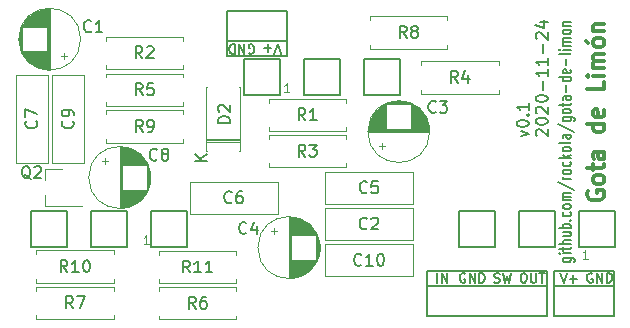
<source format=gto>
%TF.GenerationSoftware,KiCad,Pcbnew,(5.99.0-7175-gc07a38b91b)*%
%TF.CreationDate,2020-11-24T09:55:21+02:00*%
%TF.ProjectId,gota-de-limon,676f7461-2d64-4652-9d6c-696d6f6e2e6b,rev?*%
%TF.SameCoordinates,Original*%
%TF.FileFunction,Legend,Top*%
%TF.FilePolarity,Positive*%
%FSLAX46Y46*%
G04 Gerber Fmt 4.6, Leading zero omitted, Abs format (unit mm)*
G04 Created by KiCad (PCBNEW (5.99.0-7175-gc07a38b91b)) date 2020-11-24 09:55:21*
%MOMM*%
%LPD*%
G01*
G04 APERTURE LIST*
%ADD10C,0.127000*%
%ADD11C,0.300000*%
%ADD12C,0.150000*%
%ADD13C,0.100000*%
%ADD14C,0.120000*%
%ADD15O,1.930400X1.930400*%
%ADD16R,1.930400X1.930400*%
%ADD17C,1.600000*%
%ADD18O,1.600000X1.600000*%
%ADD19R,2.200000X2.200000*%
%ADD20O,2.200000X2.200000*%
%ADD21R,1.600000X1.600000*%
%ADD22R,2.540000X2.540000*%
%ADD23O,2.540000X2.540000*%
%ADD24R,1.900000X0.800000*%
%ADD25R,1.800000X1.800000*%
%ADD26C,1.800000*%
G04 APERTURE END LIST*
D10*
X84125714Y-66071428D02*
X84935238Y-66071428D01*
X85030476Y-66107142D01*
X85078095Y-66142857D01*
X85125714Y-66214285D01*
X85125714Y-66321428D01*
X85078095Y-66392857D01*
X84744761Y-66071428D02*
X84792380Y-66142857D01*
X84792380Y-66285714D01*
X84744761Y-66357142D01*
X84697142Y-66392857D01*
X84601904Y-66428571D01*
X84316190Y-66428571D01*
X84220952Y-66392857D01*
X84173333Y-66357142D01*
X84125714Y-66285714D01*
X84125714Y-66142857D01*
X84173333Y-66071428D01*
X84792380Y-65714285D02*
X84125714Y-65714285D01*
X83792380Y-65714285D02*
X83840000Y-65750000D01*
X83887619Y-65714285D01*
X83840000Y-65678571D01*
X83792380Y-65714285D01*
X83887619Y-65714285D01*
X84125714Y-65464285D02*
X84125714Y-65178571D01*
X83792380Y-65357142D02*
X84649523Y-65357142D01*
X84744761Y-65321428D01*
X84792380Y-65250000D01*
X84792380Y-65178571D01*
X84792380Y-64928571D02*
X83792380Y-64928571D01*
X84792380Y-64607142D02*
X84268571Y-64607142D01*
X84173333Y-64642857D01*
X84125714Y-64714285D01*
X84125714Y-64821428D01*
X84173333Y-64892857D01*
X84220952Y-64928571D01*
X84125714Y-63928571D02*
X84792380Y-63928571D01*
X84125714Y-64250000D02*
X84649523Y-64250000D01*
X84744761Y-64214285D01*
X84792380Y-64142857D01*
X84792380Y-64035714D01*
X84744761Y-63964285D01*
X84697142Y-63928571D01*
X84792380Y-63571428D02*
X83792380Y-63571428D01*
X84173333Y-63571428D02*
X84125714Y-63500000D01*
X84125714Y-63357142D01*
X84173333Y-63285714D01*
X84220952Y-63250000D01*
X84316190Y-63214285D01*
X84601904Y-63214285D01*
X84697142Y-63250000D01*
X84744761Y-63285714D01*
X84792380Y-63357142D01*
X84792380Y-63500000D01*
X84744761Y-63571428D01*
X84697142Y-62892857D02*
X84744761Y-62857142D01*
X84792380Y-62892857D01*
X84744761Y-62928571D01*
X84697142Y-62892857D01*
X84792380Y-62892857D01*
X84744761Y-62214285D02*
X84792380Y-62285714D01*
X84792380Y-62428571D01*
X84744761Y-62500000D01*
X84697142Y-62535714D01*
X84601904Y-62571428D01*
X84316190Y-62571428D01*
X84220952Y-62535714D01*
X84173333Y-62500000D01*
X84125714Y-62428571D01*
X84125714Y-62285714D01*
X84173333Y-62214285D01*
X84792380Y-61785714D02*
X84744761Y-61857142D01*
X84697142Y-61892857D01*
X84601904Y-61928571D01*
X84316190Y-61928571D01*
X84220952Y-61892857D01*
X84173333Y-61857142D01*
X84125714Y-61785714D01*
X84125714Y-61678571D01*
X84173333Y-61607142D01*
X84220952Y-61571428D01*
X84316190Y-61535714D01*
X84601904Y-61535714D01*
X84697142Y-61571428D01*
X84744761Y-61607142D01*
X84792380Y-61678571D01*
X84792380Y-61785714D01*
X84792380Y-61214285D02*
X84125714Y-61214285D01*
X84220952Y-61214285D02*
X84173333Y-61178571D01*
X84125714Y-61107142D01*
X84125714Y-61000000D01*
X84173333Y-60928571D01*
X84268571Y-60892857D01*
X84792380Y-60892857D01*
X84268571Y-60892857D02*
X84173333Y-60857142D01*
X84125714Y-60785714D01*
X84125714Y-60678571D01*
X84173333Y-60607142D01*
X84268571Y-60571428D01*
X84792380Y-60571428D01*
X83744761Y-59678571D02*
X85030476Y-60321428D01*
X84792380Y-59428571D02*
X84125714Y-59428571D01*
X84316190Y-59428571D02*
X84220952Y-59392857D01*
X84173333Y-59357142D01*
X84125714Y-59285714D01*
X84125714Y-59214285D01*
X84792380Y-58857142D02*
X84744761Y-58928571D01*
X84697142Y-58964285D01*
X84601904Y-59000000D01*
X84316190Y-59000000D01*
X84220952Y-58964285D01*
X84173333Y-58928571D01*
X84125714Y-58857142D01*
X84125714Y-58750000D01*
X84173333Y-58678571D01*
X84220952Y-58642857D01*
X84316190Y-58607142D01*
X84601904Y-58607142D01*
X84697142Y-58642857D01*
X84744761Y-58678571D01*
X84792380Y-58750000D01*
X84792380Y-58857142D01*
X84744761Y-57964285D02*
X84792380Y-58035714D01*
X84792380Y-58178571D01*
X84744761Y-58250000D01*
X84697142Y-58285714D01*
X84601904Y-58321428D01*
X84316190Y-58321428D01*
X84220952Y-58285714D01*
X84173333Y-58250000D01*
X84125714Y-58178571D01*
X84125714Y-58035714D01*
X84173333Y-57964285D01*
X84792380Y-57642857D02*
X83792380Y-57642857D01*
X84411428Y-57571428D02*
X84792380Y-57357142D01*
X84125714Y-57357142D02*
X84506666Y-57642857D01*
X84792380Y-56928571D02*
X84744761Y-57000000D01*
X84697142Y-57035714D01*
X84601904Y-57071428D01*
X84316190Y-57071428D01*
X84220952Y-57035714D01*
X84173333Y-57000000D01*
X84125714Y-56928571D01*
X84125714Y-56821428D01*
X84173333Y-56750000D01*
X84220952Y-56714285D01*
X84316190Y-56678571D01*
X84601904Y-56678571D01*
X84697142Y-56714285D01*
X84744761Y-56750000D01*
X84792380Y-56821428D01*
X84792380Y-56928571D01*
X84792380Y-56250000D02*
X84744761Y-56321428D01*
X84649523Y-56357142D01*
X83792380Y-56357142D01*
X84792380Y-55642857D02*
X84268571Y-55642857D01*
X84173333Y-55678571D01*
X84125714Y-55750000D01*
X84125714Y-55892857D01*
X84173333Y-55964285D01*
X84744761Y-55642857D02*
X84792380Y-55714285D01*
X84792380Y-55892857D01*
X84744761Y-55964285D01*
X84649523Y-56000000D01*
X84554285Y-56000000D01*
X84459047Y-55964285D01*
X84411428Y-55892857D01*
X84411428Y-55714285D01*
X84363809Y-55642857D01*
X83744761Y-54750000D02*
X85030476Y-55392857D01*
X84125714Y-54178571D02*
X84935238Y-54178571D01*
X85030476Y-54214285D01*
X85078095Y-54250000D01*
X85125714Y-54321428D01*
X85125714Y-54428571D01*
X85078095Y-54500000D01*
X84744761Y-54178571D02*
X84792380Y-54250000D01*
X84792380Y-54392857D01*
X84744761Y-54464285D01*
X84697142Y-54500000D01*
X84601904Y-54535714D01*
X84316190Y-54535714D01*
X84220952Y-54500000D01*
X84173333Y-54464285D01*
X84125714Y-54392857D01*
X84125714Y-54250000D01*
X84173333Y-54178571D01*
X84792380Y-53714285D02*
X84744761Y-53785714D01*
X84697142Y-53821428D01*
X84601904Y-53857142D01*
X84316190Y-53857142D01*
X84220952Y-53821428D01*
X84173333Y-53785714D01*
X84125714Y-53714285D01*
X84125714Y-53607142D01*
X84173333Y-53535714D01*
X84220952Y-53500000D01*
X84316190Y-53464285D01*
X84601904Y-53464285D01*
X84697142Y-53500000D01*
X84744761Y-53535714D01*
X84792380Y-53607142D01*
X84792380Y-53714285D01*
X84125714Y-53250000D02*
X84125714Y-52964285D01*
X83792380Y-53142857D02*
X84649523Y-53142857D01*
X84744761Y-53107142D01*
X84792380Y-53035714D01*
X84792380Y-52964285D01*
X84792380Y-52392857D02*
X84268571Y-52392857D01*
X84173333Y-52428571D01*
X84125714Y-52500000D01*
X84125714Y-52642857D01*
X84173333Y-52714285D01*
X84744761Y-52392857D02*
X84792380Y-52464285D01*
X84792380Y-52642857D01*
X84744761Y-52714285D01*
X84649523Y-52750000D01*
X84554285Y-52750000D01*
X84459047Y-52714285D01*
X84411428Y-52642857D01*
X84411428Y-52464285D01*
X84363809Y-52392857D01*
X84411428Y-52035714D02*
X84411428Y-51464285D01*
X84792380Y-50785714D02*
X83792380Y-50785714D01*
X84744761Y-50785714D02*
X84792380Y-50857142D01*
X84792380Y-51000000D01*
X84744761Y-51071428D01*
X84697142Y-51107142D01*
X84601904Y-51142857D01*
X84316190Y-51142857D01*
X84220952Y-51107142D01*
X84173333Y-51071428D01*
X84125714Y-51000000D01*
X84125714Y-50857142D01*
X84173333Y-50785714D01*
X84744761Y-50142857D02*
X84792380Y-50214285D01*
X84792380Y-50357142D01*
X84744761Y-50428571D01*
X84649523Y-50464285D01*
X84268571Y-50464285D01*
X84173333Y-50428571D01*
X84125714Y-50357142D01*
X84125714Y-50214285D01*
X84173333Y-50142857D01*
X84268571Y-50107142D01*
X84363809Y-50107142D01*
X84459047Y-50464285D01*
X84411428Y-49785714D02*
X84411428Y-49214285D01*
X84792380Y-48749999D02*
X84744761Y-48821428D01*
X84649523Y-48857142D01*
X83792380Y-48857142D01*
X84792380Y-48464285D02*
X84125714Y-48464285D01*
X83792380Y-48464285D02*
X83840000Y-48500000D01*
X83887619Y-48464285D01*
X83840000Y-48428571D01*
X83792380Y-48464285D01*
X83887619Y-48464285D01*
X84792380Y-48107142D02*
X84125714Y-48107142D01*
X84220952Y-48107142D02*
X84173333Y-48071428D01*
X84125714Y-47999999D01*
X84125714Y-47892857D01*
X84173333Y-47821428D01*
X84268571Y-47785714D01*
X84792380Y-47785714D01*
X84268571Y-47785714D02*
X84173333Y-47749999D01*
X84125714Y-47678571D01*
X84125714Y-47571428D01*
X84173333Y-47499999D01*
X84268571Y-47464285D01*
X84792380Y-47464285D01*
X84792380Y-46999999D02*
X84744761Y-47071428D01*
X84697142Y-47107142D01*
X84601904Y-47142857D01*
X84316190Y-47142857D01*
X84220952Y-47107142D01*
X84173333Y-47071428D01*
X84125714Y-46999999D01*
X84125714Y-46892857D01*
X84173333Y-46821428D01*
X84220952Y-46785714D01*
X84316190Y-46749999D01*
X84601904Y-46749999D01*
X84697142Y-46785714D01*
X84744761Y-46821428D01*
X84792380Y-46892857D01*
X84792380Y-46999999D01*
X84125714Y-46428571D02*
X84792380Y-46428571D01*
X84220952Y-46428571D02*
X84173333Y-46392857D01*
X84125714Y-46321428D01*
X84125714Y-46214285D01*
X84173333Y-46142857D01*
X84268571Y-46107142D01*
X84792380Y-46107142D01*
D11*
X86220000Y-60420000D02*
X86148571Y-60553333D01*
X86148571Y-60753333D01*
X86220000Y-60953333D01*
X86362857Y-61086666D01*
X86505714Y-61153333D01*
X86791428Y-61220000D01*
X87005714Y-61220000D01*
X87291428Y-61153333D01*
X87434285Y-61086666D01*
X87577142Y-60953333D01*
X87648571Y-60753333D01*
X87648571Y-60620000D01*
X87577142Y-60420000D01*
X87505714Y-60353333D01*
X87005714Y-60353333D01*
X87005714Y-60620000D01*
X87648571Y-59553333D02*
X87577142Y-59686666D01*
X87505714Y-59753333D01*
X87362857Y-59820000D01*
X86934285Y-59820000D01*
X86791428Y-59753333D01*
X86720000Y-59686666D01*
X86648571Y-59553333D01*
X86648571Y-59353333D01*
X86720000Y-59220000D01*
X86791428Y-59153333D01*
X86934285Y-59086666D01*
X87362857Y-59086666D01*
X87505714Y-59153333D01*
X87577142Y-59220000D01*
X87648571Y-59353333D01*
X87648571Y-59553333D01*
X86648571Y-58686666D02*
X86648571Y-58153333D01*
X86148571Y-58486666D02*
X87434285Y-58486666D01*
X87577142Y-58420000D01*
X87648571Y-58286666D01*
X87648571Y-58153333D01*
X87648571Y-57086666D02*
X86862857Y-57086666D01*
X86720000Y-57153333D01*
X86648571Y-57286666D01*
X86648571Y-57553333D01*
X86720000Y-57686666D01*
X87577142Y-57086666D02*
X87648571Y-57220000D01*
X87648571Y-57553333D01*
X87577142Y-57686666D01*
X87434285Y-57753333D01*
X87291428Y-57753333D01*
X87148571Y-57686666D01*
X87077142Y-57553333D01*
X87077142Y-57220000D01*
X87005714Y-57086666D01*
X87648571Y-54753333D02*
X86148571Y-54753333D01*
X87577142Y-54753333D02*
X87648571Y-54886666D01*
X87648571Y-55153333D01*
X87577142Y-55286666D01*
X87505714Y-55353333D01*
X87362857Y-55420000D01*
X86934285Y-55420000D01*
X86791428Y-55353333D01*
X86720000Y-55286666D01*
X86648571Y-55153333D01*
X86648571Y-54886666D01*
X86720000Y-54753333D01*
X87577142Y-53553333D02*
X87648571Y-53686666D01*
X87648571Y-53953333D01*
X87577142Y-54086666D01*
X87434285Y-54153333D01*
X86862857Y-54153333D01*
X86720000Y-54086666D01*
X86648571Y-53953333D01*
X86648571Y-53686666D01*
X86720000Y-53553333D01*
X86862857Y-53486666D01*
X87005714Y-53486666D01*
X87148571Y-54153333D01*
X87648571Y-51153333D02*
X87648571Y-51820000D01*
X86148571Y-51820000D01*
X87648571Y-50686666D02*
X86648571Y-50686666D01*
X86148571Y-50686666D02*
X86220000Y-50753333D01*
X86291428Y-50686666D01*
X86220000Y-50620000D01*
X86148571Y-50686666D01*
X86291428Y-50686666D01*
X87648571Y-50020000D02*
X86648571Y-50020000D01*
X86791428Y-50020000D02*
X86720000Y-49953333D01*
X86648571Y-49820000D01*
X86648571Y-49620000D01*
X86720000Y-49486666D01*
X86862857Y-49420000D01*
X87648571Y-49420000D01*
X86862857Y-49420000D02*
X86720000Y-49353333D01*
X86648571Y-49220000D01*
X86648571Y-49020000D01*
X86720000Y-48886666D01*
X86862857Y-48820000D01*
X87648571Y-48820000D01*
X87648571Y-47953333D02*
X87577142Y-48086666D01*
X87505714Y-48153333D01*
X87362857Y-48220000D01*
X86934285Y-48220000D01*
X86791428Y-48153333D01*
X86720000Y-48086666D01*
X86648571Y-47953333D01*
X86648571Y-47753333D01*
X86720000Y-47620000D01*
X86791428Y-47553333D01*
X86934285Y-47486666D01*
X87362857Y-47486666D01*
X87505714Y-47553333D01*
X87577142Y-47620000D01*
X87648571Y-47753333D01*
X87648571Y-47953333D01*
X86077142Y-47686666D02*
X86291428Y-47886666D01*
X86648571Y-46886666D02*
X87648571Y-46886666D01*
X86791428Y-46886666D02*
X86720000Y-46820000D01*
X86648571Y-46686666D01*
X86648571Y-46486666D01*
X86720000Y-46353333D01*
X86862857Y-46286666D01*
X87648571Y-46286666D01*
D10*
X80550714Y-55794592D02*
X81217380Y-55556497D01*
X80550714Y-55318402D01*
X80217380Y-54746973D02*
X80217380Y-54651735D01*
X80265000Y-54556497D01*
X80312619Y-54508878D01*
X80407857Y-54461259D01*
X80598333Y-54413640D01*
X80836428Y-54413640D01*
X81026904Y-54461259D01*
X81122142Y-54508878D01*
X81169761Y-54556497D01*
X81217380Y-54651735D01*
X81217380Y-54746973D01*
X81169761Y-54842211D01*
X81122142Y-54889830D01*
X81026904Y-54937450D01*
X80836428Y-54985069D01*
X80598333Y-54985069D01*
X80407857Y-54937450D01*
X80312619Y-54889830D01*
X80265000Y-54842211D01*
X80217380Y-54746973D01*
X81122142Y-53985069D02*
X81169761Y-53937450D01*
X81217380Y-53985069D01*
X81169761Y-54032688D01*
X81122142Y-53985069D01*
X81217380Y-53985069D01*
X81217380Y-52985069D02*
X81217380Y-53556497D01*
X81217380Y-53270783D02*
X80217380Y-53270783D01*
X80360238Y-53366021D01*
X80455476Y-53461259D01*
X80503095Y-53556497D01*
X81922619Y-55746973D02*
X81875000Y-55699354D01*
X81827380Y-55604116D01*
X81827380Y-55366021D01*
X81875000Y-55270783D01*
X81922619Y-55223164D01*
X82017857Y-55175545D01*
X82113095Y-55175545D01*
X82255952Y-55223164D01*
X82827380Y-55794592D01*
X82827380Y-55175545D01*
X81827380Y-54556497D02*
X81827380Y-54461259D01*
X81875000Y-54366021D01*
X81922619Y-54318402D01*
X82017857Y-54270783D01*
X82208333Y-54223164D01*
X82446428Y-54223164D01*
X82636904Y-54270783D01*
X82732142Y-54318402D01*
X82779761Y-54366021D01*
X82827380Y-54461259D01*
X82827380Y-54556497D01*
X82779761Y-54651735D01*
X82732142Y-54699354D01*
X82636904Y-54746973D01*
X82446428Y-54794592D01*
X82208333Y-54794592D01*
X82017857Y-54746973D01*
X81922619Y-54699354D01*
X81875000Y-54651735D01*
X81827380Y-54556497D01*
X81922619Y-53842211D02*
X81875000Y-53794592D01*
X81827380Y-53699354D01*
X81827380Y-53461259D01*
X81875000Y-53366021D01*
X81922619Y-53318402D01*
X82017857Y-53270783D01*
X82113095Y-53270783D01*
X82255952Y-53318402D01*
X82827380Y-53889830D01*
X82827380Y-53270783D01*
X81827380Y-52651735D02*
X81827380Y-52556497D01*
X81875000Y-52461259D01*
X81922619Y-52413640D01*
X82017857Y-52366021D01*
X82208333Y-52318402D01*
X82446428Y-52318402D01*
X82636904Y-52366021D01*
X82732142Y-52413640D01*
X82779761Y-52461259D01*
X82827380Y-52556497D01*
X82827380Y-52651735D01*
X82779761Y-52746973D01*
X82732142Y-52794592D01*
X82636904Y-52842211D01*
X82446428Y-52889830D01*
X82208333Y-52889830D01*
X82017857Y-52842211D01*
X81922619Y-52794592D01*
X81875000Y-52746973D01*
X81827380Y-52651735D01*
X82446428Y-51889830D02*
X82446428Y-51127926D01*
X82827380Y-50127926D02*
X82827380Y-50699354D01*
X82827380Y-50413640D02*
X81827380Y-50413640D01*
X81970238Y-50508878D01*
X82065476Y-50604116D01*
X82113095Y-50699354D01*
X82827380Y-49175545D02*
X82827380Y-49746973D01*
X82827380Y-49461259D02*
X81827380Y-49461259D01*
X81970238Y-49556497D01*
X82065476Y-49651735D01*
X82113095Y-49746973D01*
X82446428Y-48746973D02*
X82446428Y-47985069D01*
X81922619Y-47556497D02*
X81875000Y-47508878D01*
X81827380Y-47413640D01*
X81827380Y-47175545D01*
X81875000Y-47080307D01*
X81922619Y-47032688D01*
X82017857Y-46985069D01*
X82113095Y-46985069D01*
X82255952Y-47032688D01*
X82827380Y-47604116D01*
X82827380Y-46985069D01*
X82160714Y-46127926D02*
X82827380Y-46127926D01*
X81779761Y-46366021D02*
X82494047Y-46604116D01*
X82494047Y-45985069D01*
D12*
%TO.C,J3*%
X86610476Y-67415000D02*
X86534285Y-67376904D01*
X86420000Y-67376904D01*
X86305714Y-67415000D01*
X86229523Y-67491190D01*
X86191428Y-67567380D01*
X86153333Y-67719761D01*
X86153333Y-67834047D01*
X86191428Y-67986428D01*
X86229523Y-68062619D01*
X86305714Y-68138809D01*
X86420000Y-68176904D01*
X86496190Y-68176904D01*
X86610476Y-68138809D01*
X86648571Y-68100714D01*
X86648571Y-67834047D01*
X86496190Y-67834047D01*
X86991428Y-68176904D02*
X86991428Y-67376904D01*
X87448571Y-68176904D01*
X87448571Y-67376904D01*
X87829523Y-68176904D02*
X87829523Y-67376904D01*
X88020000Y-67376904D01*
X88134285Y-67415000D01*
X88210476Y-67491190D01*
X88248571Y-67567380D01*
X88286666Y-67719761D01*
X88286666Y-67834047D01*
X88248571Y-67986428D01*
X88210476Y-68062619D01*
X88134285Y-68138809D01*
X88020000Y-68176904D01*
X87829523Y-68176904D01*
X83918095Y-67376904D02*
X84184761Y-68176904D01*
X84451428Y-67376904D01*
X84718095Y-67872142D02*
X85327619Y-67872142D01*
X85022857Y-68176904D02*
X85022857Y-67567380D01*
%TO.C,R2*%
X48523333Y-49177380D02*
X48190000Y-48701190D01*
X47951904Y-49177380D02*
X47951904Y-48177380D01*
X48332857Y-48177380D01*
X48428095Y-48225000D01*
X48475714Y-48272619D01*
X48523333Y-48367857D01*
X48523333Y-48510714D01*
X48475714Y-48605952D01*
X48428095Y-48653571D01*
X48332857Y-48701190D01*
X47951904Y-48701190D01*
X48904285Y-48272619D02*
X48951904Y-48225000D01*
X49047142Y-48177380D01*
X49285238Y-48177380D01*
X49380476Y-48225000D01*
X49428095Y-48272619D01*
X49475714Y-48367857D01*
X49475714Y-48463095D01*
X49428095Y-48605952D01*
X48856666Y-49177380D01*
X49475714Y-49177380D01*
%TO.C,C7*%
X39527142Y-54496666D02*
X39574761Y-54544285D01*
X39622380Y-54687142D01*
X39622380Y-54782380D01*
X39574761Y-54925238D01*
X39479523Y-55020476D01*
X39384285Y-55068095D01*
X39193809Y-55115714D01*
X39050952Y-55115714D01*
X38860476Y-55068095D01*
X38765238Y-55020476D01*
X38670000Y-54925238D01*
X38622380Y-54782380D01*
X38622380Y-54687142D01*
X38670000Y-54544285D01*
X38717619Y-54496666D01*
X38622380Y-54163333D02*
X38622380Y-53496666D01*
X39622380Y-53925238D01*
%TO.C,D2*%
X55939380Y-54657095D02*
X54939380Y-54657095D01*
X54939380Y-54419000D01*
X54987000Y-54276142D01*
X55082238Y-54180904D01*
X55177476Y-54133285D01*
X55367952Y-54085666D01*
X55510809Y-54085666D01*
X55701285Y-54133285D01*
X55796523Y-54180904D01*
X55891761Y-54276142D01*
X55939380Y-54419000D01*
X55939380Y-54657095D01*
X55034619Y-53704714D02*
X54987000Y-53657095D01*
X54939380Y-53561857D01*
X54939380Y-53323761D01*
X54987000Y-53228523D01*
X55034619Y-53180904D01*
X55129857Y-53133285D01*
X55225095Y-53133285D01*
X55367952Y-53180904D01*
X55939380Y-53752333D01*
X55939380Y-53133285D01*
X53962380Y-57881904D02*
X52962380Y-57881904D01*
X53962380Y-57310476D02*
X53390952Y-57739047D01*
X52962380Y-57310476D02*
X53533809Y-57881904D01*
%TO.C,C9*%
X42607142Y-54491666D02*
X42654761Y-54539285D01*
X42702380Y-54682142D01*
X42702380Y-54777380D01*
X42654761Y-54920238D01*
X42559523Y-55015476D01*
X42464285Y-55063095D01*
X42273809Y-55110714D01*
X42130952Y-55110714D01*
X41940476Y-55063095D01*
X41845238Y-55015476D01*
X41750000Y-54920238D01*
X41702380Y-54777380D01*
X41702380Y-54682142D01*
X41750000Y-54539285D01*
X41797619Y-54491666D01*
X42702380Y-54015476D02*
X42702380Y-53825000D01*
X42654761Y-53729761D01*
X42607142Y-53682142D01*
X42464285Y-53586904D01*
X42273809Y-53539285D01*
X41892857Y-53539285D01*
X41797619Y-53586904D01*
X41750000Y-53634523D01*
X41702380Y-53729761D01*
X41702380Y-53920238D01*
X41750000Y-54015476D01*
X41797619Y-54063095D01*
X41892857Y-54110714D01*
X42130952Y-54110714D01*
X42226190Y-54063095D01*
X42273809Y-54015476D01*
X42321428Y-53920238D01*
X42321428Y-53729761D01*
X42273809Y-53634523D01*
X42226190Y-53586904D01*
X42130952Y-53539285D01*
%TO.C,R5*%
X48543333Y-52302380D02*
X48210000Y-51826190D01*
X47971904Y-52302380D02*
X47971904Y-51302380D01*
X48352857Y-51302380D01*
X48448095Y-51350000D01*
X48495714Y-51397619D01*
X48543333Y-51492857D01*
X48543333Y-51635714D01*
X48495714Y-51730952D01*
X48448095Y-51778571D01*
X48352857Y-51826190D01*
X47971904Y-51826190D01*
X49448095Y-51302380D02*
X48971904Y-51302380D01*
X48924285Y-51778571D01*
X48971904Y-51730952D01*
X49067142Y-51683333D01*
X49305238Y-51683333D01*
X49400476Y-51730952D01*
X49448095Y-51778571D01*
X49495714Y-51873809D01*
X49495714Y-52111904D01*
X49448095Y-52207142D01*
X49400476Y-52254761D01*
X49305238Y-52302380D01*
X49067142Y-52302380D01*
X48971904Y-52254761D01*
X48924285Y-52207142D01*
%TO.C,C6*%
X56083333Y-61357142D02*
X56035714Y-61404761D01*
X55892857Y-61452380D01*
X55797619Y-61452380D01*
X55654761Y-61404761D01*
X55559523Y-61309523D01*
X55511904Y-61214285D01*
X55464285Y-61023809D01*
X55464285Y-60880952D01*
X55511904Y-60690476D01*
X55559523Y-60595238D01*
X55654761Y-60500000D01*
X55797619Y-60452380D01*
X55892857Y-60452380D01*
X56035714Y-60500000D01*
X56083333Y-60547619D01*
X56940476Y-60452380D02*
X56750000Y-60452380D01*
X56654761Y-60500000D01*
X56607142Y-60547619D01*
X56511904Y-60690476D01*
X56464285Y-60880952D01*
X56464285Y-61261904D01*
X56511904Y-61357142D01*
X56559523Y-61404761D01*
X56654761Y-61452380D01*
X56845238Y-61452380D01*
X56940476Y-61404761D01*
X56988095Y-61357142D01*
X57035714Y-61261904D01*
X57035714Y-61023809D01*
X56988095Y-60928571D01*
X56940476Y-60880952D01*
X56845238Y-60833333D01*
X56654761Y-60833333D01*
X56559523Y-60880952D01*
X56511904Y-60928571D01*
X56464285Y-61023809D01*
%TO.C,C1*%
X44178333Y-46877142D02*
X44130714Y-46924761D01*
X43987857Y-46972380D01*
X43892619Y-46972380D01*
X43749761Y-46924761D01*
X43654523Y-46829523D01*
X43606904Y-46734285D01*
X43559285Y-46543809D01*
X43559285Y-46400952D01*
X43606904Y-46210476D01*
X43654523Y-46115238D01*
X43749761Y-46020000D01*
X43892619Y-45972380D01*
X43987857Y-45972380D01*
X44130714Y-46020000D01*
X44178333Y-46067619D01*
X45130714Y-46972380D02*
X44559285Y-46972380D01*
X44845000Y-46972380D02*
X44845000Y-45972380D01*
X44749761Y-46115238D01*
X44654523Y-46210476D01*
X44559285Y-46258095D01*
%TO.C,C10*%
X67057142Y-66647142D02*
X67009523Y-66694761D01*
X66866666Y-66742380D01*
X66771428Y-66742380D01*
X66628571Y-66694761D01*
X66533333Y-66599523D01*
X66485714Y-66504285D01*
X66438095Y-66313809D01*
X66438095Y-66170952D01*
X66485714Y-65980476D01*
X66533333Y-65885238D01*
X66628571Y-65790000D01*
X66771428Y-65742380D01*
X66866666Y-65742380D01*
X67009523Y-65790000D01*
X67057142Y-65837619D01*
X68009523Y-66742380D02*
X67438095Y-66742380D01*
X67723809Y-66742380D02*
X67723809Y-65742380D01*
X67628571Y-65885238D01*
X67533333Y-65980476D01*
X67438095Y-66028095D01*
X68628571Y-65742380D02*
X68723809Y-65742380D01*
X68819047Y-65790000D01*
X68866666Y-65837619D01*
X68914285Y-65932857D01*
X68961904Y-66123333D01*
X68961904Y-66361428D01*
X68914285Y-66551904D01*
X68866666Y-66647142D01*
X68819047Y-66694761D01*
X68723809Y-66742380D01*
X68628571Y-66742380D01*
X68533333Y-66694761D01*
X68485714Y-66647142D01*
X68438095Y-66551904D01*
X68390476Y-66361428D01*
X68390476Y-66123333D01*
X68438095Y-65932857D01*
X68485714Y-65837619D01*
X68533333Y-65790000D01*
X68628571Y-65742380D01*
%TO.C,J2*%
X60241904Y-48813095D02*
X59975238Y-48013095D01*
X59708571Y-48813095D01*
X59441904Y-48317857D02*
X58832380Y-48317857D01*
X59137142Y-48013095D02*
X59137142Y-48622619D01*
X57549523Y-48775000D02*
X57625714Y-48813095D01*
X57740000Y-48813095D01*
X57854285Y-48775000D01*
X57930476Y-48698809D01*
X57968571Y-48622619D01*
X58006666Y-48470238D01*
X58006666Y-48355952D01*
X57968571Y-48203571D01*
X57930476Y-48127380D01*
X57854285Y-48051190D01*
X57740000Y-48013095D01*
X57663809Y-48013095D01*
X57549523Y-48051190D01*
X57511428Y-48089285D01*
X57511428Y-48355952D01*
X57663809Y-48355952D01*
X57168571Y-48013095D02*
X57168571Y-48813095D01*
X56711428Y-48013095D01*
X56711428Y-48813095D01*
X56330476Y-48013095D02*
X56330476Y-48813095D01*
X56140000Y-48813095D01*
X56025714Y-48775000D01*
X55949523Y-48698809D01*
X55911428Y-48622619D01*
X55873333Y-48470238D01*
X55873333Y-48355952D01*
X55911428Y-48203571D01*
X55949523Y-48127380D01*
X56025714Y-48051190D01*
X56140000Y-48013095D01*
X56330476Y-48013095D01*
%TO.C,C4*%
X57333333Y-63967142D02*
X57285714Y-64014761D01*
X57142857Y-64062380D01*
X57047619Y-64062380D01*
X56904761Y-64014761D01*
X56809523Y-63919523D01*
X56761904Y-63824285D01*
X56714285Y-63633809D01*
X56714285Y-63490952D01*
X56761904Y-63300476D01*
X56809523Y-63205238D01*
X56904761Y-63110000D01*
X57047619Y-63062380D01*
X57142857Y-63062380D01*
X57285714Y-63110000D01*
X57333333Y-63157619D01*
X58190476Y-63395714D02*
X58190476Y-64062380D01*
X57952380Y-63014761D02*
X57714285Y-63729047D01*
X58333333Y-63729047D01*
D13*
%TO.C,RV2*%
X49070617Y-64919310D02*
X48629382Y-64919310D01*
X48850000Y-64919310D02*
X48850000Y-64147150D01*
X48776460Y-64257459D01*
X48702921Y-64330998D01*
X48629382Y-64367767D01*
%TO.C,RV1*%
X60950617Y-52069310D02*
X60509382Y-52069310D01*
X60730000Y-52069310D02*
X60730000Y-51297150D01*
X60656460Y-51407459D01*
X60582921Y-51480998D01*
X60509382Y-51517767D01*
D12*
%TO.C,R1*%
X62317333Y-54427380D02*
X61984000Y-53951190D01*
X61745904Y-54427380D02*
X61745904Y-53427380D01*
X62126857Y-53427380D01*
X62222095Y-53475000D01*
X62269714Y-53522619D01*
X62317333Y-53617857D01*
X62317333Y-53760714D01*
X62269714Y-53855952D01*
X62222095Y-53903571D01*
X62126857Y-53951190D01*
X61745904Y-53951190D01*
X63269714Y-54427380D02*
X62698285Y-54427380D01*
X62984000Y-54427380D02*
X62984000Y-53427380D01*
X62888761Y-53570238D01*
X62793523Y-53665476D01*
X62698285Y-53713095D01*
%TO.C,R6*%
X53023333Y-70382380D02*
X52690000Y-69906190D01*
X52451904Y-70382380D02*
X52451904Y-69382380D01*
X52832857Y-69382380D01*
X52928095Y-69430000D01*
X52975714Y-69477619D01*
X53023333Y-69572857D01*
X53023333Y-69715714D01*
X52975714Y-69810952D01*
X52928095Y-69858571D01*
X52832857Y-69906190D01*
X52451904Y-69906190D01*
X53880476Y-69382380D02*
X53690000Y-69382380D01*
X53594761Y-69430000D01*
X53547142Y-69477619D01*
X53451904Y-69620476D01*
X53404285Y-69810952D01*
X53404285Y-70191904D01*
X53451904Y-70287142D01*
X53499523Y-70334761D01*
X53594761Y-70382380D01*
X53785238Y-70382380D01*
X53880476Y-70334761D01*
X53928095Y-70287142D01*
X53975714Y-70191904D01*
X53975714Y-69953809D01*
X53928095Y-69858571D01*
X53880476Y-69810952D01*
X53785238Y-69763333D01*
X53594761Y-69763333D01*
X53499523Y-69810952D01*
X53451904Y-69858571D01*
X53404285Y-69953809D01*
%TO.C,J1*%
X80730000Y-67376904D02*
X80882380Y-67376904D01*
X80958571Y-67415000D01*
X81034761Y-67491190D01*
X81072857Y-67643571D01*
X81072857Y-67910238D01*
X81034761Y-68062619D01*
X80958571Y-68138809D01*
X80882380Y-68176904D01*
X80730000Y-68176904D01*
X80653809Y-68138809D01*
X80577619Y-68062619D01*
X80539523Y-67910238D01*
X80539523Y-67643571D01*
X80577619Y-67491190D01*
X80653809Y-67415000D01*
X80730000Y-67376904D01*
X81415714Y-67376904D02*
X81415714Y-68024523D01*
X81453809Y-68100714D01*
X81491904Y-68138809D01*
X81568095Y-68176904D01*
X81720476Y-68176904D01*
X81796666Y-68138809D01*
X81834761Y-68100714D01*
X81872857Y-68024523D01*
X81872857Y-67376904D01*
X82139523Y-67376904D02*
X82596666Y-67376904D01*
X82368095Y-68176904D02*
X82368095Y-67376904D01*
X75840476Y-67415000D02*
X75764285Y-67376904D01*
X75650000Y-67376904D01*
X75535714Y-67415000D01*
X75459523Y-67491190D01*
X75421428Y-67567380D01*
X75383333Y-67719761D01*
X75383333Y-67834047D01*
X75421428Y-67986428D01*
X75459523Y-68062619D01*
X75535714Y-68138809D01*
X75650000Y-68176904D01*
X75726190Y-68176904D01*
X75840476Y-68138809D01*
X75878571Y-68100714D01*
X75878571Y-67834047D01*
X75726190Y-67834047D01*
X76221428Y-68176904D02*
X76221428Y-67376904D01*
X76678571Y-68176904D01*
X76678571Y-67376904D01*
X77059523Y-68176904D02*
X77059523Y-67376904D01*
X77250000Y-67376904D01*
X77364285Y-67415000D01*
X77440476Y-67491190D01*
X77478571Y-67567380D01*
X77516666Y-67719761D01*
X77516666Y-67834047D01*
X77478571Y-67986428D01*
X77440476Y-68062619D01*
X77364285Y-68138809D01*
X77250000Y-68176904D01*
X77059523Y-68176904D01*
X78304285Y-68138809D02*
X78418571Y-68176904D01*
X78609047Y-68176904D01*
X78685238Y-68138809D01*
X78723333Y-68100714D01*
X78761428Y-68024523D01*
X78761428Y-67948333D01*
X78723333Y-67872142D01*
X78685238Y-67834047D01*
X78609047Y-67795952D01*
X78456666Y-67757857D01*
X78380476Y-67719761D01*
X78342380Y-67681666D01*
X78304285Y-67605476D01*
X78304285Y-67529285D01*
X78342380Y-67453095D01*
X78380476Y-67415000D01*
X78456666Y-67376904D01*
X78647142Y-67376904D01*
X78761428Y-67415000D01*
X79028095Y-67376904D02*
X79218571Y-68176904D01*
X79370952Y-67605476D01*
X79523333Y-68176904D01*
X79713809Y-67376904D01*
X73490952Y-68176904D02*
X73490952Y-67376904D01*
X73871904Y-68176904D02*
X73871904Y-67376904D01*
X74329047Y-68176904D01*
X74329047Y-67376904D01*
%TO.C,R10*%
X42177142Y-67282380D02*
X41843809Y-66806190D01*
X41605714Y-67282380D02*
X41605714Y-66282380D01*
X41986666Y-66282380D01*
X42081904Y-66330000D01*
X42129523Y-66377619D01*
X42177142Y-66472857D01*
X42177142Y-66615714D01*
X42129523Y-66710952D01*
X42081904Y-66758571D01*
X41986666Y-66806190D01*
X41605714Y-66806190D01*
X43129523Y-67282380D02*
X42558095Y-67282380D01*
X42843809Y-67282380D02*
X42843809Y-66282380D01*
X42748571Y-66425238D01*
X42653333Y-66520476D01*
X42558095Y-66568095D01*
X43748571Y-66282380D02*
X43843809Y-66282380D01*
X43939047Y-66330000D01*
X43986666Y-66377619D01*
X44034285Y-66472857D01*
X44081904Y-66663333D01*
X44081904Y-66901428D01*
X44034285Y-67091904D01*
X43986666Y-67187142D01*
X43939047Y-67234761D01*
X43843809Y-67282380D01*
X43748571Y-67282380D01*
X43653333Y-67234761D01*
X43605714Y-67187142D01*
X43558095Y-67091904D01*
X43510476Y-66901428D01*
X43510476Y-66663333D01*
X43558095Y-66472857D01*
X43605714Y-66377619D01*
X43653333Y-66330000D01*
X43748571Y-66282380D01*
%TO.C,R11*%
X52537142Y-67322380D02*
X52203809Y-66846190D01*
X51965714Y-67322380D02*
X51965714Y-66322380D01*
X52346666Y-66322380D01*
X52441904Y-66370000D01*
X52489523Y-66417619D01*
X52537142Y-66512857D01*
X52537142Y-66655714D01*
X52489523Y-66750952D01*
X52441904Y-66798571D01*
X52346666Y-66846190D01*
X51965714Y-66846190D01*
X53489523Y-67322380D02*
X52918095Y-67322380D01*
X53203809Y-67322380D02*
X53203809Y-66322380D01*
X53108571Y-66465238D01*
X53013333Y-66560476D01*
X52918095Y-66608095D01*
X54441904Y-67322380D02*
X53870476Y-67322380D01*
X54156190Y-67322380D02*
X54156190Y-66322380D01*
X54060952Y-66465238D01*
X53965714Y-66560476D01*
X53870476Y-66608095D01*
%TO.C,C5*%
X67533333Y-60507142D02*
X67485714Y-60554761D01*
X67342857Y-60602380D01*
X67247619Y-60602380D01*
X67104761Y-60554761D01*
X67009523Y-60459523D01*
X66961904Y-60364285D01*
X66914285Y-60173809D01*
X66914285Y-60030952D01*
X66961904Y-59840476D01*
X67009523Y-59745238D01*
X67104761Y-59650000D01*
X67247619Y-59602380D01*
X67342857Y-59602380D01*
X67485714Y-59650000D01*
X67533333Y-59697619D01*
X68438095Y-59602380D02*
X67961904Y-59602380D01*
X67914285Y-60078571D01*
X67961904Y-60030952D01*
X68057142Y-59983333D01*
X68295238Y-59983333D01*
X68390476Y-60030952D01*
X68438095Y-60078571D01*
X68485714Y-60173809D01*
X68485714Y-60411904D01*
X68438095Y-60507142D01*
X68390476Y-60554761D01*
X68295238Y-60602380D01*
X68057142Y-60602380D01*
X67961904Y-60554761D01*
X67914285Y-60507142D01*
%TO.C,R7*%
X42653333Y-70352380D02*
X42320000Y-69876190D01*
X42081904Y-70352380D02*
X42081904Y-69352380D01*
X42462857Y-69352380D01*
X42558095Y-69400000D01*
X42605714Y-69447619D01*
X42653333Y-69542857D01*
X42653333Y-69685714D01*
X42605714Y-69780952D01*
X42558095Y-69828571D01*
X42462857Y-69876190D01*
X42081904Y-69876190D01*
X42986666Y-69352380D02*
X43653333Y-69352380D01*
X43224761Y-70352380D01*
%TO.C,C8*%
X49763333Y-57747142D02*
X49715714Y-57794761D01*
X49572857Y-57842380D01*
X49477619Y-57842380D01*
X49334761Y-57794761D01*
X49239523Y-57699523D01*
X49191904Y-57604285D01*
X49144285Y-57413809D01*
X49144285Y-57270952D01*
X49191904Y-57080476D01*
X49239523Y-56985238D01*
X49334761Y-56890000D01*
X49477619Y-56842380D01*
X49572857Y-56842380D01*
X49715714Y-56890000D01*
X49763333Y-56937619D01*
X50334761Y-57270952D02*
X50239523Y-57223333D01*
X50191904Y-57175714D01*
X50144285Y-57080476D01*
X50144285Y-57032857D01*
X50191904Y-56937619D01*
X50239523Y-56890000D01*
X50334761Y-56842380D01*
X50525238Y-56842380D01*
X50620476Y-56890000D01*
X50668095Y-56937619D01*
X50715714Y-57032857D01*
X50715714Y-57080476D01*
X50668095Y-57175714D01*
X50620476Y-57223333D01*
X50525238Y-57270952D01*
X50334761Y-57270952D01*
X50239523Y-57318571D01*
X50191904Y-57366190D01*
X50144285Y-57461428D01*
X50144285Y-57651904D01*
X50191904Y-57747142D01*
X50239523Y-57794761D01*
X50334761Y-57842380D01*
X50525238Y-57842380D01*
X50620476Y-57794761D01*
X50668095Y-57747142D01*
X50715714Y-57651904D01*
X50715714Y-57461428D01*
X50668095Y-57366190D01*
X50620476Y-57318571D01*
X50525238Y-57270952D01*
%TO.C,R8*%
X70893333Y-47452380D02*
X70560000Y-46976190D01*
X70321904Y-47452380D02*
X70321904Y-46452380D01*
X70702857Y-46452380D01*
X70798095Y-46500000D01*
X70845714Y-46547619D01*
X70893333Y-46642857D01*
X70893333Y-46785714D01*
X70845714Y-46880952D01*
X70798095Y-46928571D01*
X70702857Y-46976190D01*
X70321904Y-46976190D01*
X71464761Y-46880952D02*
X71369523Y-46833333D01*
X71321904Y-46785714D01*
X71274285Y-46690476D01*
X71274285Y-46642857D01*
X71321904Y-46547619D01*
X71369523Y-46500000D01*
X71464761Y-46452380D01*
X71655238Y-46452380D01*
X71750476Y-46500000D01*
X71798095Y-46547619D01*
X71845714Y-46642857D01*
X71845714Y-46690476D01*
X71798095Y-46785714D01*
X71750476Y-46833333D01*
X71655238Y-46880952D01*
X71464761Y-46880952D01*
X71369523Y-46928571D01*
X71321904Y-46976190D01*
X71274285Y-47071428D01*
X71274285Y-47261904D01*
X71321904Y-47357142D01*
X71369523Y-47404761D01*
X71464761Y-47452380D01*
X71655238Y-47452380D01*
X71750476Y-47404761D01*
X71798095Y-47357142D01*
X71845714Y-47261904D01*
X71845714Y-47071428D01*
X71798095Y-46976190D01*
X71750476Y-46928571D01*
X71655238Y-46880952D01*
%TO.C,R9*%
X48548333Y-55402380D02*
X48215000Y-54926190D01*
X47976904Y-55402380D02*
X47976904Y-54402380D01*
X48357857Y-54402380D01*
X48453095Y-54450000D01*
X48500714Y-54497619D01*
X48548333Y-54592857D01*
X48548333Y-54735714D01*
X48500714Y-54830952D01*
X48453095Y-54878571D01*
X48357857Y-54926190D01*
X47976904Y-54926190D01*
X49024523Y-55402380D02*
X49215000Y-55402380D01*
X49310238Y-55354761D01*
X49357857Y-55307142D01*
X49453095Y-55164285D01*
X49500714Y-54973809D01*
X49500714Y-54592857D01*
X49453095Y-54497619D01*
X49405476Y-54450000D01*
X49310238Y-54402380D01*
X49119761Y-54402380D01*
X49024523Y-54450000D01*
X48976904Y-54497619D01*
X48929285Y-54592857D01*
X48929285Y-54830952D01*
X48976904Y-54926190D01*
X49024523Y-54973809D01*
X49119761Y-55021428D01*
X49310238Y-55021428D01*
X49405476Y-54973809D01*
X49453095Y-54926190D01*
X49500714Y-54830952D01*
D13*
%TO.C,RV3*%
X86250617Y-66149310D02*
X85809382Y-66149310D01*
X86030000Y-66149310D02*
X86030000Y-65377150D01*
X85956460Y-65487459D01*
X85882921Y-65560998D01*
X85809382Y-65597767D01*
D12*
%TO.C,R3*%
X62313333Y-57502380D02*
X61980000Y-57026190D01*
X61741904Y-57502380D02*
X61741904Y-56502380D01*
X62122857Y-56502380D01*
X62218095Y-56550000D01*
X62265714Y-56597619D01*
X62313333Y-56692857D01*
X62313333Y-56835714D01*
X62265714Y-56930952D01*
X62218095Y-56978571D01*
X62122857Y-57026190D01*
X61741904Y-57026190D01*
X62646666Y-56502380D02*
X63265714Y-56502380D01*
X62932380Y-56883333D01*
X63075238Y-56883333D01*
X63170476Y-56930952D01*
X63218095Y-56978571D01*
X63265714Y-57073809D01*
X63265714Y-57311904D01*
X63218095Y-57407142D01*
X63170476Y-57454761D01*
X63075238Y-57502380D01*
X62789523Y-57502380D01*
X62694285Y-57454761D01*
X62646666Y-57407142D01*
%TO.C,C2*%
X67533333Y-63582142D02*
X67485714Y-63629761D01*
X67342857Y-63677380D01*
X67247619Y-63677380D01*
X67104761Y-63629761D01*
X67009523Y-63534523D01*
X66961904Y-63439285D01*
X66914285Y-63248809D01*
X66914285Y-63105952D01*
X66961904Y-62915476D01*
X67009523Y-62820238D01*
X67104761Y-62725000D01*
X67247619Y-62677380D01*
X67342857Y-62677380D01*
X67485714Y-62725000D01*
X67533333Y-62772619D01*
X67914285Y-62772619D02*
X67961904Y-62725000D01*
X68057142Y-62677380D01*
X68295238Y-62677380D01*
X68390476Y-62725000D01*
X68438095Y-62772619D01*
X68485714Y-62867857D01*
X68485714Y-62963095D01*
X68438095Y-63105952D01*
X67866666Y-63677380D01*
X68485714Y-63677380D01*
%TO.C,R4*%
X75243333Y-51252380D02*
X74910000Y-50776190D01*
X74671904Y-51252380D02*
X74671904Y-50252380D01*
X75052857Y-50252380D01*
X75148095Y-50300000D01*
X75195714Y-50347619D01*
X75243333Y-50442857D01*
X75243333Y-50585714D01*
X75195714Y-50680952D01*
X75148095Y-50728571D01*
X75052857Y-50776190D01*
X74671904Y-50776190D01*
X76100476Y-50585714D02*
X76100476Y-51252380D01*
X75862380Y-50204761D02*
X75624285Y-50919047D01*
X76243333Y-50919047D01*
%TO.C,Q2*%
X39054761Y-59397619D02*
X38959523Y-59350000D01*
X38864285Y-59254761D01*
X38721428Y-59111904D01*
X38626190Y-59064285D01*
X38530952Y-59064285D01*
X38578571Y-59302380D02*
X38483333Y-59254761D01*
X38388095Y-59159523D01*
X38340476Y-58969047D01*
X38340476Y-58635714D01*
X38388095Y-58445238D01*
X38483333Y-58350000D01*
X38578571Y-58302380D01*
X38769047Y-58302380D01*
X38864285Y-58350000D01*
X38959523Y-58445238D01*
X39007142Y-58635714D01*
X39007142Y-58969047D01*
X38959523Y-59159523D01*
X38864285Y-59254761D01*
X38769047Y-59302380D01*
X38578571Y-59302380D01*
X39388095Y-58397619D02*
X39435714Y-58350000D01*
X39530952Y-58302380D01*
X39769047Y-58302380D01*
X39864285Y-58350000D01*
X39911904Y-58397619D01*
X39959523Y-58492857D01*
X39959523Y-58588095D01*
X39911904Y-58730952D01*
X39340476Y-59302380D01*
X39959523Y-59302380D01*
%TO.C,C3*%
X73366333Y-53697142D02*
X73318714Y-53744761D01*
X73175857Y-53792380D01*
X73080619Y-53792380D01*
X72937761Y-53744761D01*
X72842523Y-53649523D01*
X72794904Y-53554285D01*
X72747285Y-53363809D01*
X72747285Y-53220952D01*
X72794904Y-53030476D01*
X72842523Y-52935238D01*
X72937761Y-52840000D01*
X73080619Y-52792380D01*
X73175857Y-52792380D01*
X73318714Y-52840000D01*
X73366333Y-52887619D01*
X73699666Y-52792380D02*
X74318714Y-52792380D01*
X73985380Y-53173333D01*
X74128238Y-53173333D01*
X74223476Y-53220952D01*
X74271095Y-53268571D01*
X74318714Y-53363809D01*
X74318714Y-53601904D01*
X74271095Y-53697142D01*
X74223476Y-53744761D01*
X74128238Y-53792380D01*
X73842523Y-53792380D01*
X73747285Y-53744761D01*
X73699666Y-53697142D01*
D10*
%TO.C,J3*%
X88490000Y-68450000D02*
X88490000Y-67180000D01*
X83410000Y-68450000D02*
X83410000Y-67180000D01*
X88490000Y-67180000D02*
X83410000Y-67180000D01*
X88490000Y-70990000D02*
X88490000Y-68450000D01*
X83410000Y-70990000D02*
X83410000Y-68450000D01*
X88490000Y-70990000D02*
X83410000Y-70990000D01*
X83410000Y-68450000D02*
X88490000Y-68450000D01*
D14*
%TO.C,R2*%
X51960000Y-49765000D02*
X51960000Y-50095000D01*
X45420000Y-47355000D02*
X45420000Y-47685000D01*
X45420000Y-50095000D02*
X45420000Y-49765000D01*
X51960000Y-50095000D02*
X45420000Y-50095000D01*
X51960000Y-47355000D02*
X45420000Y-47355000D01*
X51960000Y-47685000D02*
X51960000Y-47355000D01*
%TO.C,C7*%
X40540000Y-58050000D02*
X37800000Y-58050000D01*
X40540000Y-50610000D02*
X37800000Y-50610000D01*
X37800000Y-50610000D02*
X37800000Y-58050000D01*
X40540000Y-50610000D02*
X40540000Y-58050000D01*
%TO.C,D2*%
X56700000Y-57020000D02*
X56830000Y-57020000D01*
X56830000Y-51580000D02*
X56700000Y-51580000D01*
X56830000Y-57020000D02*
X56830000Y-51580000D01*
X54020000Y-57020000D02*
X53890000Y-57020000D01*
X53890000Y-51580000D02*
X54020000Y-51580000D01*
X53890000Y-57020000D02*
X53890000Y-51580000D01*
X53890000Y-56000000D02*
X56830000Y-56000000D01*
X53890000Y-56120000D02*
X56830000Y-56120000D01*
X53890000Y-56240000D02*
X56830000Y-56240000D01*
%TO.C,C9*%
X43620000Y-58045000D02*
X43620000Y-50605000D01*
X40880000Y-58045000D02*
X43620000Y-58045000D01*
X40880000Y-50605000D02*
X43620000Y-50605000D01*
X40880000Y-58045000D02*
X40880000Y-50605000D01*
%TO.C,R5*%
X45440000Y-50480000D02*
X51980000Y-50480000D01*
X51980000Y-53220000D02*
X51980000Y-52890000D01*
X45440000Y-50810000D02*
X45440000Y-50480000D01*
X45440000Y-52890000D02*
X45440000Y-53220000D01*
X45440000Y-53220000D02*
X51980000Y-53220000D01*
X51980000Y-50480000D02*
X51980000Y-50810000D01*
%TO.C,C6*%
X52530000Y-62370000D02*
X52530000Y-59630000D01*
X59970000Y-62370000D02*
X59970000Y-59630000D01*
X59970000Y-59630000D02*
X52530000Y-59630000D01*
X59970000Y-62370000D02*
X52530000Y-62370000D01*
%TO.C,C1*%
X38949000Y-49507000D02*
X38949000Y-48610000D01*
X39709000Y-46530000D02*
X39709000Y-45172000D01*
X40150000Y-46530000D02*
X40150000Y-45042000D01*
X40590000Y-50149000D02*
X40590000Y-44991000D01*
X38309000Y-48668000D02*
X38309000Y-46472000D01*
X38069000Y-47854000D02*
X38069000Y-47286000D01*
X38549000Y-46530000D02*
X38549000Y-46070000D01*
X40110000Y-46530000D02*
X40110000Y-45050000D01*
X40550000Y-50148000D02*
X40550000Y-44992000D01*
X40030000Y-50071000D02*
X40030000Y-48610000D01*
X38469000Y-46530000D02*
X38469000Y-46187000D01*
X40390000Y-50135000D02*
X40390000Y-48610000D01*
X39349000Y-49794000D02*
X39349000Y-48610000D01*
X38189000Y-48375000D02*
X38189000Y-46765000D01*
X39949000Y-50050000D02*
X39949000Y-48610000D01*
X38909000Y-49471000D02*
X38909000Y-48610000D01*
X38269000Y-48581000D02*
X38269000Y-46559000D01*
X39669000Y-46530000D02*
X39669000Y-45188000D01*
X39789000Y-49998000D02*
X39789000Y-48610000D01*
X38109000Y-48088000D02*
X38109000Y-47052000D01*
X39429000Y-49838000D02*
X39429000Y-48610000D01*
X42170000Y-48967000D02*
X41670000Y-48967000D01*
X39589000Y-46530000D02*
X39589000Y-45222000D01*
X40470000Y-50143000D02*
X40470000Y-44997000D01*
X39549000Y-46530000D02*
X39549000Y-45241000D01*
X38549000Y-49070000D02*
X38549000Y-48610000D01*
X39309000Y-49770000D02*
X39309000Y-48610000D01*
X39509000Y-49880000D02*
X39509000Y-48610000D01*
X38909000Y-46530000D02*
X38909000Y-45669000D01*
X40190000Y-46530000D02*
X40190000Y-45034000D01*
X39309000Y-46530000D02*
X39309000Y-45370000D01*
X38789000Y-49355000D02*
X38789000Y-48610000D01*
X41920000Y-49217000D02*
X41920000Y-48717000D01*
X40630000Y-50150000D02*
X40630000Y-44990000D01*
X39229000Y-46530000D02*
X39229000Y-45421000D01*
X40270000Y-46530000D02*
X40270000Y-45020000D01*
X39229000Y-49719000D02*
X39229000Y-48610000D01*
X39469000Y-46530000D02*
X39469000Y-45280000D01*
X38429000Y-48889000D02*
X38429000Y-48610000D01*
X40310000Y-46530000D02*
X40310000Y-45014000D01*
X38869000Y-49434000D02*
X38869000Y-48610000D01*
X38629000Y-49175000D02*
X38629000Y-48610000D01*
X38389000Y-48821000D02*
X38389000Y-48610000D01*
X40030000Y-46530000D02*
X40030000Y-45069000D01*
X38989000Y-49541000D02*
X38989000Y-48610000D01*
X39869000Y-50025000D02*
X39869000Y-48610000D01*
X38749000Y-49313000D02*
X38749000Y-48610000D01*
X40390000Y-46530000D02*
X40390000Y-45005000D01*
X39189000Y-49692000D02*
X39189000Y-48610000D01*
X39389000Y-49817000D02*
X39389000Y-48610000D01*
X38949000Y-46530000D02*
X38949000Y-45633000D01*
X40150000Y-50098000D02*
X40150000Y-48610000D01*
X40350000Y-46530000D02*
X40350000Y-45009000D01*
X39069000Y-46530000D02*
X39069000Y-45535000D01*
X39349000Y-46530000D02*
X39349000Y-45346000D01*
X38509000Y-46530000D02*
X38509000Y-46127000D01*
X38589000Y-49124000D02*
X38589000Y-48610000D01*
X39949000Y-46530000D02*
X39949000Y-45090000D01*
X39269000Y-49745000D02*
X39269000Y-48610000D01*
X38469000Y-48953000D02*
X38469000Y-48610000D01*
X39549000Y-49899000D02*
X39549000Y-48610000D01*
X39069000Y-49605000D02*
X39069000Y-48610000D01*
X38669000Y-49223000D02*
X38669000Y-48610000D01*
X38229000Y-48485000D02*
X38229000Y-46655000D01*
X40110000Y-50090000D02*
X40110000Y-48610000D01*
X38589000Y-46530000D02*
X38589000Y-46016000D01*
X38749000Y-46530000D02*
X38749000Y-45827000D01*
X38669000Y-46530000D02*
X38669000Y-45917000D01*
X38989000Y-46530000D02*
X38989000Y-45599000D01*
X39669000Y-49952000D02*
X39669000Y-48610000D01*
X38509000Y-49013000D02*
X38509000Y-48610000D01*
X39829000Y-46530000D02*
X39829000Y-45128000D01*
X39789000Y-46530000D02*
X39789000Y-45142000D01*
X39909000Y-46530000D02*
X39909000Y-45102000D01*
X40070000Y-46530000D02*
X40070000Y-45059000D01*
X40270000Y-50120000D02*
X40270000Y-48610000D01*
X38429000Y-46530000D02*
X38429000Y-46251000D01*
X38829000Y-49396000D02*
X38829000Y-48610000D01*
X39990000Y-50061000D02*
X39990000Y-48610000D01*
X39990000Y-46530000D02*
X39990000Y-45079000D01*
X39629000Y-49935000D02*
X39629000Y-48610000D01*
X39109000Y-46530000D02*
X39109000Y-45505000D01*
X40230000Y-46530000D02*
X40230000Y-45027000D01*
X39149000Y-49665000D02*
X39149000Y-48610000D01*
X40670000Y-50150000D02*
X40670000Y-44990000D01*
X38789000Y-46530000D02*
X38789000Y-45785000D01*
X38869000Y-46530000D02*
X38869000Y-45706000D01*
X38709000Y-46530000D02*
X38709000Y-45871000D01*
X38709000Y-49269000D02*
X38709000Y-48610000D01*
X39589000Y-49918000D02*
X39589000Y-48610000D01*
X40430000Y-46530000D02*
X40430000Y-45001000D01*
X40350000Y-50131000D02*
X40350000Y-48610000D01*
X38629000Y-46530000D02*
X38629000Y-45965000D01*
X38829000Y-46530000D02*
X38829000Y-45744000D01*
X39029000Y-49574000D02*
X39029000Y-48610000D01*
X39029000Y-46530000D02*
X39029000Y-45566000D01*
X40070000Y-50081000D02*
X40070000Y-48610000D01*
X40310000Y-50126000D02*
X40310000Y-48610000D01*
X39109000Y-49635000D02*
X39109000Y-48610000D01*
X40190000Y-50106000D02*
X40190000Y-48610000D01*
X39709000Y-49968000D02*
X39709000Y-48610000D01*
X39749000Y-46530000D02*
X39749000Y-45156000D01*
X40430000Y-50139000D02*
X40430000Y-48610000D01*
X39469000Y-49860000D02*
X39469000Y-48610000D01*
X39149000Y-46530000D02*
X39149000Y-45475000D01*
X38149000Y-48247000D02*
X38149000Y-46893000D01*
X39629000Y-46530000D02*
X39629000Y-45205000D01*
X39749000Y-49984000D02*
X39749000Y-48610000D01*
X38389000Y-46530000D02*
X38389000Y-46319000D01*
X39269000Y-46530000D02*
X39269000Y-45395000D01*
X38349000Y-48748000D02*
X38349000Y-46392000D01*
X40510000Y-50146000D02*
X40510000Y-44994000D01*
X39869000Y-46530000D02*
X39869000Y-45115000D01*
X39829000Y-50012000D02*
X39829000Y-48610000D01*
X39389000Y-46530000D02*
X39389000Y-45323000D01*
X39429000Y-46530000D02*
X39429000Y-45302000D01*
X39909000Y-50038000D02*
X39909000Y-48610000D01*
X40230000Y-50113000D02*
X40230000Y-48610000D01*
X39189000Y-46530000D02*
X39189000Y-45448000D01*
X39509000Y-46530000D02*
X39509000Y-45260000D01*
X43290000Y-47570000D02*
G75*
G03*
X43290000Y-47570000I-2620000J0D01*
G01*
%TO.C,C10*%
X71420000Y-67660000D02*
X71420000Y-64920000D01*
X71420000Y-64920000D02*
X63980000Y-64920000D01*
X63980000Y-67660000D02*
X63980000Y-64920000D01*
X71420000Y-67660000D02*
X63980000Y-67660000D01*
D10*
%TO.C,J2*%
X55670000Y-45200000D02*
X55670000Y-47740000D01*
X55670000Y-45200000D02*
X60750000Y-45200000D01*
X60750000Y-47740000D02*
X60750000Y-49010000D01*
X60750000Y-45200000D02*
X60750000Y-47740000D01*
X55670000Y-49010000D02*
X60750000Y-49010000D01*
X55670000Y-47740000D02*
X55670000Y-49010000D01*
X60750000Y-47740000D02*
X55670000Y-47740000D01*
D14*
%TO.C,C4*%
X60960000Y-62630000D02*
X60960000Y-67790000D01*
X62201000Y-66250000D02*
X62201000Y-67457000D01*
X62121000Y-66250000D02*
X62121000Y-67500000D01*
X61040000Y-62632000D02*
X61040000Y-67788000D01*
X61681000Y-66250000D02*
X61681000Y-67678000D01*
X62961000Y-63605000D02*
X62961000Y-64170000D01*
X62641000Y-66250000D02*
X62641000Y-67147000D01*
X63041000Y-63710000D02*
X63041000Y-64170000D01*
X61961000Y-62845000D02*
X61961000Y-64170000D01*
X61240000Y-62649000D02*
X61240000Y-64170000D01*
X62081000Y-62900000D02*
X62081000Y-64170000D01*
X63121000Y-63827000D02*
X63121000Y-64170000D01*
X61200000Y-66250000D02*
X61200000Y-67775000D01*
X62561000Y-66250000D02*
X62561000Y-67214000D01*
X62401000Y-63088000D02*
X62401000Y-64170000D01*
X61440000Y-66250000D02*
X61440000Y-67738000D01*
X59670000Y-63563000D02*
X59670000Y-64063000D01*
X63161000Y-66250000D02*
X63161000Y-66529000D01*
X62521000Y-63175000D02*
X62521000Y-64170000D01*
X62361000Y-66250000D02*
X62361000Y-67359000D01*
X61280000Y-62654000D02*
X61280000Y-64170000D01*
X61801000Y-62782000D02*
X61801000Y-64170000D01*
X62481000Y-66250000D02*
X62481000Y-67275000D01*
X61600000Y-62719000D02*
X61600000Y-64170000D01*
X62801000Y-63425000D02*
X62801000Y-64170000D01*
X61881000Y-66250000D02*
X61881000Y-67608000D01*
X61600000Y-66250000D02*
X61600000Y-67701000D01*
X62681000Y-66250000D02*
X62681000Y-67111000D01*
X62761000Y-66250000D02*
X62761000Y-67036000D01*
X61160000Y-62641000D02*
X61160000Y-64170000D01*
X63201000Y-66250000D02*
X63201000Y-66461000D01*
X61320000Y-62660000D02*
X61320000Y-64170000D01*
X63041000Y-66250000D02*
X63041000Y-66710000D01*
X61480000Y-62690000D02*
X61480000Y-64170000D01*
X62281000Y-66250000D02*
X62281000Y-67410000D01*
X61200000Y-62645000D02*
X61200000Y-64170000D01*
X62521000Y-66250000D02*
X62521000Y-67245000D01*
X61400000Y-62674000D02*
X61400000Y-64170000D01*
X62921000Y-66250000D02*
X62921000Y-66863000D01*
X62121000Y-62920000D02*
X62121000Y-64170000D01*
X62161000Y-66250000D02*
X62161000Y-67478000D01*
X62761000Y-63384000D02*
X62761000Y-64170000D01*
X61440000Y-62682000D02*
X61440000Y-64170000D01*
X61801000Y-66250000D02*
X61801000Y-67638000D01*
X62321000Y-66250000D02*
X62321000Y-67385000D01*
X61721000Y-66250000D02*
X61721000Y-67665000D01*
X61761000Y-62768000D02*
X61761000Y-64170000D01*
X63521000Y-64926000D02*
X63521000Y-65494000D01*
X63281000Y-64112000D02*
X63281000Y-66308000D01*
X63081000Y-63767000D02*
X63081000Y-64170000D01*
X61320000Y-66250000D02*
X61320000Y-67760000D01*
X62721000Y-66250000D02*
X62721000Y-67074000D01*
X62081000Y-66250000D02*
X62081000Y-67520000D01*
X62881000Y-63511000D02*
X62881000Y-64170000D01*
X62481000Y-63145000D02*
X62481000Y-64170000D01*
X63201000Y-63959000D02*
X63201000Y-64170000D01*
X61721000Y-62755000D02*
X61721000Y-64170000D01*
X59420000Y-63813000D02*
X59920000Y-63813000D01*
X61120000Y-62637000D02*
X61120000Y-67783000D01*
X62201000Y-62963000D02*
X62201000Y-64170000D01*
X61921000Y-66250000D02*
X61921000Y-67592000D01*
X63161000Y-63891000D02*
X63161000Y-64170000D01*
X61881000Y-62812000D02*
X61881000Y-64170000D01*
X62241000Y-62986000D02*
X62241000Y-64170000D01*
X61080000Y-62634000D02*
X61080000Y-67786000D01*
X61520000Y-66250000D02*
X61520000Y-67721000D01*
X62801000Y-66250000D02*
X62801000Y-66995000D01*
X62041000Y-62881000D02*
X62041000Y-64170000D01*
X61520000Y-62699000D02*
X61520000Y-64170000D01*
X61360000Y-62667000D02*
X61360000Y-64170000D01*
X61761000Y-66250000D02*
X61761000Y-67652000D01*
X61560000Y-66250000D02*
X61560000Y-67711000D01*
X62841000Y-63467000D02*
X62841000Y-64170000D01*
X62601000Y-63239000D02*
X62601000Y-64170000D01*
X61921000Y-62828000D02*
X61921000Y-64170000D01*
X61681000Y-62742000D02*
X61681000Y-64170000D01*
X62921000Y-63557000D02*
X62921000Y-64170000D01*
X61560000Y-62709000D02*
X61560000Y-64170000D01*
X62681000Y-63309000D02*
X62681000Y-64170000D01*
X61480000Y-66250000D02*
X61480000Y-67730000D01*
X61841000Y-66250000D02*
X61841000Y-67624000D01*
X61280000Y-66250000D02*
X61280000Y-67766000D01*
X61160000Y-66250000D02*
X61160000Y-67779000D01*
X61641000Y-62730000D02*
X61641000Y-64170000D01*
X61000000Y-62631000D02*
X61000000Y-67789000D01*
X61360000Y-66250000D02*
X61360000Y-67753000D01*
X62241000Y-66250000D02*
X62241000Y-67434000D01*
X62321000Y-63035000D02*
X62321000Y-64170000D01*
X62361000Y-63061000D02*
X62361000Y-64170000D01*
X63321000Y-64199000D02*
X63321000Y-66221000D01*
X62641000Y-63273000D02*
X62641000Y-64170000D01*
X62601000Y-66250000D02*
X62601000Y-67181000D01*
X62441000Y-63115000D02*
X62441000Y-64170000D01*
X62001000Y-62862000D02*
X62001000Y-64170000D01*
X63441000Y-64533000D02*
X63441000Y-65887000D01*
X62161000Y-62942000D02*
X62161000Y-64170000D01*
X63121000Y-66250000D02*
X63121000Y-66593000D01*
X62881000Y-66250000D02*
X62881000Y-66909000D01*
X61240000Y-66250000D02*
X61240000Y-67771000D01*
X63361000Y-64295000D02*
X63361000Y-66125000D01*
X63081000Y-66250000D02*
X63081000Y-66653000D01*
X62441000Y-66250000D02*
X62441000Y-67305000D01*
X60920000Y-62630000D02*
X60920000Y-67790000D01*
X62561000Y-63206000D02*
X62561000Y-64170000D01*
X63001000Y-63656000D02*
X63001000Y-64170000D01*
X62721000Y-63346000D02*
X62721000Y-64170000D01*
X62041000Y-66250000D02*
X62041000Y-67539000D01*
X62961000Y-66250000D02*
X62961000Y-66815000D01*
X62401000Y-66250000D02*
X62401000Y-67332000D01*
X63481000Y-64692000D02*
X63481000Y-65728000D01*
X62841000Y-66250000D02*
X62841000Y-66953000D01*
X63001000Y-66250000D02*
X63001000Y-66764000D01*
X61400000Y-66250000D02*
X61400000Y-67746000D01*
X61841000Y-62796000D02*
X61841000Y-64170000D01*
X63401000Y-64405000D02*
X63401000Y-66015000D01*
X62281000Y-63010000D02*
X62281000Y-64170000D01*
X61961000Y-66250000D02*
X61961000Y-67575000D01*
X61641000Y-66250000D02*
X61641000Y-67690000D01*
X63241000Y-64032000D02*
X63241000Y-66388000D01*
X62001000Y-66250000D02*
X62001000Y-67558000D01*
X63540000Y-65210000D02*
G75*
G03*
X63540000Y-65210000I-2620000J0D01*
G01*
D10*
%TO.C,RV2*%
X39116000Y-62103000D02*
X42164000Y-62103000D01*
X49276000Y-65151000D02*
X52324000Y-65151000D01*
X44196000Y-62103000D02*
X44196000Y-65151000D01*
X47244000Y-65151000D02*
X47244000Y-62103000D01*
X49276000Y-62103000D02*
X49276000Y-65151000D01*
X52324000Y-65151000D02*
X52324000Y-62103000D01*
X39116000Y-62103000D02*
X39116000Y-65151000D01*
X39116000Y-65151000D02*
X42164000Y-65151000D01*
X44196000Y-65151000D02*
X47244000Y-65151000D01*
X44196000Y-62103000D02*
X47244000Y-62103000D01*
X49276000Y-62103000D02*
X52324000Y-62103000D01*
X42164000Y-65151000D02*
X42164000Y-62103000D01*
%TO.C,RV1*%
X70358000Y-52324000D02*
X70358000Y-49276000D01*
X70358000Y-52324000D02*
X67310000Y-52324000D01*
X57150000Y-49276000D02*
X57150000Y-52324000D01*
X62230000Y-49276000D02*
X62230000Y-52324000D01*
X70358000Y-49276000D02*
X67310000Y-49276000D01*
X67310000Y-49276000D02*
X67310000Y-52324000D01*
X65278000Y-52324000D02*
X62230000Y-52324000D01*
X60198000Y-49276000D02*
X57150000Y-49276000D01*
X60198000Y-52324000D02*
X57150000Y-52324000D01*
X60198000Y-52324000D02*
X60198000Y-49276000D01*
X65278000Y-52324000D02*
X65278000Y-49276000D01*
X65278000Y-49276000D02*
X62230000Y-49276000D01*
D14*
%TO.C,R1*%
X59214000Y-52935000D02*
X59214000Y-52605000D01*
X59214000Y-55015000D02*
X59214000Y-55345000D01*
X59214000Y-52605000D02*
X65754000Y-52605000D01*
X65754000Y-55345000D02*
X65754000Y-55015000D01*
X65754000Y-52605000D02*
X65754000Y-52935000D01*
X59214000Y-55345000D02*
X65754000Y-55345000D01*
%TO.C,R6*%
X56460000Y-68560000D02*
X49920000Y-68560000D01*
X56460000Y-71300000D02*
X49920000Y-71300000D01*
X56460000Y-70970000D02*
X56460000Y-71300000D01*
X49920000Y-71300000D02*
X49920000Y-70970000D01*
X56460000Y-68890000D02*
X56460000Y-68560000D01*
X49920000Y-68560000D02*
X49920000Y-68890000D01*
D10*
%TO.C,J1*%
X72640000Y-68450000D02*
X72640000Y-67180000D01*
X82800000Y-67180000D02*
X72640000Y-67180000D01*
X82800000Y-70990000D02*
X72640000Y-70990000D01*
X82800000Y-68450000D02*
X82800000Y-67180000D01*
X82800000Y-70990000D02*
X82800000Y-68450000D01*
X72640000Y-70990000D02*
X72640000Y-68450000D01*
X72640000Y-68450000D02*
X82800000Y-68450000D01*
D14*
%TO.C,R10*%
X46090000Y-68200000D02*
X39550000Y-68200000D01*
X46090000Y-65790000D02*
X46090000Y-65460000D01*
X39550000Y-68200000D02*
X39550000Y-67870000D01*
X46090000Y-65460000D02*
X39550000Y-65460000D01*
X46090000Y-67870000D02*
X46090000Y-68200000D01*
X39550000Y-65460000D02*
X39550000Y-65790000D01*
%TO.C,R11*%
X49910000Y-65830000D02*
X49910000Y-65500000D01*
X56450000Y-65500000D02*
X56450000Y-65830000D01*
X56450000Y-68240000D02*
X56450000Y-67910000D01*
X49910000Y-67910000D02*
X49910000Y-68240000D01*
X49910000Y-68240000D02*
X56450000Y-68240000D01*
X49910000Y-65500000D02*
X56450000Y-65500000D01*
%TO.C,C5*%
X63980000Y-61520000D02*
X63980000Y-58780000D01*
X71420000Y-58780000D02*
X63980000Y-58780000D01*
X71420000Y-61520000D02*
X71420000Y-58780000D01*
X71420000Y-61520000D02*
X63980000Y-61520000D01*
%TO.C,R7*%
X46090000Y-68530000D02*
X39550000Y-68530000D01*
X39550000Y-71270000D02*
X39550000Y-70940000D01*
X39550000Y-68530000D02*
X39550000Y-68860000D01*
X46090000Y-68860000D02*
X46090000Y-68530000D01*
X46090000Y-71270000D02*
X39550000Y-71270000D01*
X46090000Y-70940000D02*
X46090000Y-71270000D01*
%TO.C,C8*%
X46760000Y-56699000D02*
X46760000Y-61851000D01*
X48361000Y-57374000D02*
X48361000Y-58235000D01*
X48121000Y-60315000D02*
X48121000Y-61370000D01*
X47801000Y-56985000D02*
X47801000Y-58235000D01*
X47601000Y-56893000D02*
X47601000Y-58235000D01*
X48921000Y-58097000D02*
X48921000Y-60453000D01*
X48841000Y-60315000D02*
X48841000Y-60594000D01*
X47761000Y-56965000D02*
X47761000Y-58235000D01*
X48041000Y-60315000D02*
X48041000Y-61424000D01*
X48361000Y-60315000D02*
X48361000Y-61176000D01*
X48881000Y-58024000D02*
X48881000Y-58235000D01*
X47240000Y-60315000D02*
X47240000Y-61776000D01*
X48841000Y-57956000D02*
X48841000Y-58235000D01*
X47921000Y-57051000D02*
X47921000Y-58235000D01*
X49081000Y-58470000D02*
X49081000Y-60080000D01*
X47801000Y-60315000D02*
X47801000Y-61565000D01*
X47841000Y-60315000D02*
X47841000Y-61543000D01*
X47120000Y-60315000D02*
X47120000Y-61803000D01*
X47641000Y-56910000D02*
X47641000Y-58235000D01*
X47721000Y-60315000D02*
X47721000Y-61604000D01*
X46920000Y-56714000D02*
X46920000Y-58235000D01*
X48241000Y-60315000D02*
X48241000Y-61279000D01*
X47681000Y-56927000D02*
X47681000Y-58235000D01*
X47160000Y-60315000D02*
X47160000Y-61795000D01*
X48641000Y-57670000D02*
X48641000Y-58235000D01*
X47601000Y-60315000D02*
X47601000Y-61657000D01*
X48001000Y-60315000D02*
X48001000Y-61450000D01*
X47200000Y-56764000D02*
X47200000Y-58235000D01*
X47721000Y-56946000D02*
X47721000Y-58235000D01*
X48241000Y-57271000D02*
X48241000Y-58235000D01*
X47961000Y-60315000D02*
X47961000Y-61475000D01*
X48961000Y-58177000D02*
X48961000Y-60373000D01*
X47240000Y-56774000D02*
X47240000Y-58235000D01*
X48681000Y-57721000D02*
X48681000Y-58235000D01*
X48401000Y-57411000D02*
X48401000Y-58235000D01*
X47280000Y-56784000D02*
X47280000Y-58235000D01*
X46880000Y-56710000D02*
X46880000Y-58235000D01*
X47280000Y-60315000D02*
X47280000Y-61766000D01*
X45100000Y-57878000D02*
X45600000Y-57878000D01*
X48721000Y-60315000D02*
X48721000Y-60775000D01*
X46800000Y-56702000D02*
X46800000Y-61848000D01*
X46600000Y-56695000D02*
X46600000Y-61855000D01*
X49161000Y-58757000D02*
X49161000Y-59793000D01*
X48481000Y-57490000D02*
X48481000Y-58235000D01*
X49121000Y-58598000D02*
X49121000Y-59952000D01*
X47000000Y-56725000D02*
X47000000Y-58235000D01*
X48201000Y-60315000D02*
X48201000Y-61310000D01*
X48441000Y-60315000D02*
X48441000Y-61101000D01*
X48721000Y-57775000D02*
X48721000Y-58235000D01*
X46920000Y-60315000D02*
X46920000Y-61836000D01*
X47200000Y-60315000D02*
X47200000Y-61786000D01*
X48041000Y-57126000D02*
X48041000Y-58235000D01*
X48321000Y-57338000D02*
X48321000Y-58235000D01*
X48281000Y-57304000D02*
X48281000Y-58235000D01*
X48601000Y-60315000D02*
X48601000Y-60928000D01*
X47681000Y-60315000D02*
X47681000Y-61623000D01*
X48761000Y-57832000D02*
X48761000Y-58235000D01*
X47921000Y-60315000D02*
X47921000Y-61499000D01*
X48001000Y-57100000D02*
X48001000Y-58235000D01*
X48081000Y-60315000D02*
X48081000Y-61397000D01*
X46960000Y-60315000D02*
X46960000Y-61831000D01*
X48561000Y-57576000D02*
X48561000Y-58235000D01*
X49041000Y-58360000D02*
X49041000Y-60190000D01*
X46720000Y-56697000D02*
X46720000Y-61853000D01*
X45350000Y-57628000D02*
X45350000Y-58128000D01*
X48201000Y-57240000D02*
X48201000Y-58235000D01*
X47561000Y-60315000D02*
X47561000Y-61673000D01*
X47160000Y-56755000D02*
X47160000Y-58235000D01*
X48401000Y-60315000D02*
X48401000Y-61139000D01*
X47521000Y-56861000D02*
X47521000Y-58235000D01*
X47841000Y-57007000D02*
X47841000Y-58235000D01*
X47040000Y-56732000D02*
X47040000Y-58235000D01*
X46680000Y-56696000D02*
X46680000Y-61854000D01*
X46840000Y-60315000D02*
X46840000Y-61844000D01*
X48521000Y-60315000D02*
X48521000Y-61018000D01*
X46880000Y-60315000D02*
X46880000Y-61840000D01*
X48641000Y-60315000D02*
X48641000Y-60880000D01*
X47321000Y-56795000D02*
X47321000Y-58235000D01*
X49001000Y-58264000D02*
X49001000Y-60286000D01*
X48681000Y-60315000D02*
X48681000Y-60829000D01*
X47881000Y-60315000D02*
X47881000Y-61522000D01*
X48521000Y-57532000D02*
X48521000Y-58235000D01*
X47080000Y-56739000D02*
X47080000Y-58235000D01*
X48121000Y-57180000D02*
X48121000Y-58235000D01*
X46840000Y-56706000D02*
X46840000Y-58235000D01*
X47120000Y-56747000D02*
X47120000Y-58235000D01*
X48321000Y-60315000D02*
X48321000Y-61212000D01*
X48561000Y-60315000D02*
X48561000Y-60974000D01*
X48441000Y-57449000D02*
X48441000Y-58235000D01*
X47441000Y-56833000D02*
X47441000Y-58235000D01*
X47561000Y-56877000D02*
X47561000Y-58235000D01*
X47080000Y-60315000D02*
X47080000Y-61811000D01*
X48281000Y-60315000D02*
X48281000Y-61246000D01*
X46640000Y-56695000D02*
X46640000Y-61855000D01*
X47481000Y-60315000D02*
X47481000Y-61703000D01*
X47321000Y-60315000D02*
X47321000Y-61755000D01*
X48761000Y-60315000D02*
X48761000Y-60718000D01*
X48601000Y-57622000D02*
X48601000Y-58235000D01*
X47521000Y-60315000D02*
X47521000Y-61689000D01*
X47761000Y-60315000D02*
X47761000Y-61585000D01*
X47401000Y-56820000D02*
X47401000Y-58235000D01*
X47881000Y-57028000D02*
X47881000Y-58235000D01*
X47361000Y-56807000D02*
X47361000Y-58235000D01*
X47641000Y-60315000D02*
X47641000Y-61640000D01*
X48161000Y-57210000D02*
X48161000Y-58235000D01*
X48881000Y-60315000D02*
X48881000Y-60526000D01*
X46960000Y-56719000D02*
X46960000Y-58235000D01*
X47961000Y-57075000D02*
X47961000Y-58235000D01*
X48081000Y-57153000D02*
X48081000Y-58235000D01*
X47361000Y-60315000D02*
X47361000Y-61743000D01*
X48481000Y-60315000D02*
X48481000Y-61060000D01*
X47401000Y-60315000D02*
X47401000Y-61730000D01*
X48161000Y-60315000D02*
X48161000Y-61340000D01*
X47441000Y-60315000D02*
X47441000Y-61717000D01*
X49201000Y-58991000D02*
X49201000Y-59559000D01*
X48801000Y-60315000D02*
X48801000Y-60658000D01*
X47481000Y-56847000D02*
X47481000Y-58235000D01*
X48801000Y-57892000D02*
X48801000Y-58235000D01*
X47040000Y-60315000D02*
X47040000Y-61818000D01*
X47000000Y-60315000D02*
X47000000Y-61825000D01*
X49220000Y-59275000D02*
G75*
G03*
X49220000Y-59275000I-2620000J0D01*
G01*
%TO.C,R8*%
X74330000Y-48370000D02*
X74330000Y-48040000D01*
X67790000Y-45960000D02*
X67790000Y-45630000D01*
X67790000Y-48370000D02*
X74330000Y-48370000D01*
X67790000Y-48040000D02*
X67790000Y-48370000D01*
X74330000Y-45630000D02*
X74330000Y-45960000D01*
X67790000Y-45630000D02*
X74330000Y-45630000D01*
%TO.C,R9*%
X51985000Y-53910000D02*
X51985000Y-53580000D01*
X51985000Y-53580000D02*
X45445000Y-53580000D01*
X51985000Y-56320000D02*
X45445000Y-56320000D01*
X45445000Y-53580000D02*
X45445000Y-53910000D01*
X45445000Y-56320000D02*
X45445000Y-55990000D01*
X51985000Y-55990000D02*
X51985000Y-56320000D01*
D10*
%TO.C,RV3*%
X75311000Y-62103000D02*
X78359000Y-62103000D01*
X85471000Y-62103000D02*
X85471000Y-65151000D01*
X80391000Y-62103000D02*
X80391000Y-65151000D01*
X80391000Y-62103000D02*
X83439000Y-62103000D01*
X85471000Y-62103000D02*
X88519000Y-62103000D01*
X75311000Y-65151000D02*
X78359000Y-65151000D01*
X80391000Y-65151000D02*
X83439000Y-65151000D01*
X83439000Y-65151000D02*
X83439000Y-62103000D01*
X78359000Y-65151000D02*
X78359000Y-62103000D01*
X88519000Y-65151000D02*
X88519000Y-62103000D01*
X75311000Y-62103000D02*
X75311000Y-65151000D01*
X85471000Y-65151000D02*
X88519000Y-65151000D01*
D14*
%TO.C,R3*%
X65750000Y-55680000D02*
X65750000Y-56010000D01*
X59210000Y-56010000D02*
X59210000Y-55680000D01*
X65750000Y-58420000D02*
X65750000Y-58090000D01*
X59210000Y-58420000D02*
X65750000Y-58420000D01*
X59210000Y-58090000D02*
X59210000Y-58420000D01*
X59210000Y-55680000D02*
X65750000Y-55680000D01*
%TO.C,C2*%
X63980000Y-61855000D02*
X71420000Y-61855000D01*
X71420000Y-61855000D02*
X71420000Y-64595000D01*
X63980000Y-61855000D02*
X63980000Y-64595000D01*
X63980000Y-64595000D02*
X71420000Y-64595000D01*
%TO.C,R4*%
X72140000Y-49760000D02*
X72140000Y-49430000D01*
X78680000Y-49430000D02*
X78680000Y-49760000D01*
X72140000Y-51840000D02*
X72140000Y-52170000D01*
X72140000Y-52170000D02*
X78680000Y-52170000D01*
X72140000Y-49430000D02*
X78680000Y-49430000D01*
X78680000Y-52170000D02*
X78680000Y-51840000D01*
%TO.C,Q2*%
X40290000Y-61680000D02*
X40290000Y-60750000D01*
X40290000Y-58520000D02*
X41750000Y-58520000D01*
X40290000Y-61680000D02*
X43450000Y-61680000D01*
X40290000Y-58520000D02*
X40290000Y-59450000D01*
%TO.C,C3*%
X71271000Y-53871000D02*
X72326000Y-53871000D01*
X71271000Y-54671000D02*
X72711000Y-54671000D01*
X67655000Y-55232000D02*
X72807000Y-55232000D01*
X67675000Y-55032000D02*
X69191000Y-55032000D01*
X67776000Y-54591000D02*
X69191000Y-54591000D01*
X68367000Y-53591000D02*
X69191000Y-53591000D01*
X71271000Y-54952000D02*
X72774000Y-54952000D01*
X69316000Y-52951000D02*
X71146000Y-52951000D01*
X71271000Y-54311000D02*
X72579000Y-54311000D01*
X71271000Y-54832000D02*
X72751000Y-54832000D01*
X67720000Y-54792000D02*
X69191000Y-54792000D01*
X71271000Y-54031000D02*
X72431000Y-54031000D01*
X71271000Y-54351000D02*
X72596000Y-54351000D01*
X71271000Y-54231000D02*
X72541000Y-54231000D01*
X67921000Y-54231000D02*
X69191000Y-54231000D01*
X71271000Y-53191000D02*
X71614000Y-53191000D01*
X71271000Y-53271000D02*
X71731000Y-53271000D01*
X67963000Y-54151000D02*
X69191000Y-54151000D01*
X67711000Y-54832000D02*
X69191000Y-54832000D01*
X68446000Y-53511000D02*
X69191000Y-53511000D01*
X68677000Y-53311000D02*
X69191000Y-53311000D01*
X71271000Y-55032000D02*
X72787000Y-55032000D01*
X68196000Y-53791000D02*
X69191000Y-53791000D01*
X71271000Y-54391000D02*
X72613000Y-54391000D01*
X71271000Y-53831000D02*
X72296000Y-53831000D01*
X67941000Y-54191000D02*
X69191000Y-54191000D01*
X71271000Y-54471000D02*
X72645000Y-54471000D01*
X68980000Y-53111000D02*
X69191000Y-53111000D01*
X67883000Y-54311000D02*
X69191000Y-54311000D01*
X67653000Y-55272000D02*
X72809000Y-55272000D01*
X68626000Y-53351000D02*
X69191000Y-53351000D01*
X67763000Y-54631000D02*
X69191000Y-54631000D01*
X71271000Y-55112000D02*
X72796000Y-55112000D01*
X71271000Y-53471000D02*
X71974000Y-53471000D01*
X71271000Y-54872000D02*
X72759000Y-54872000D01*
X67817000Y-54471000D02*
X69191000Y-54471000D01*
X68788000Y-53231000D02*
X69191000Y-53231000D01*
X71271000Y-53631000D02*
X72132000Y-53631000D01*
X68731000Y-53271000D02*
X69191000Y-53271000D01*
X67849000Y-54391000D02*
X69191000Y-54391000D01*
X71271000Y-53231000D02*
X71674000Y-53231000D01*
X71271000Y-53551000D02*
X72057000Y-53551000D01*
X67695000Y-54912000D02*
X69191000Y-54912000D01*
X67651000Y-55392000D02*
X72811000Y-55392000D01*
X68227000Y-53751000D02*
X69191000Y-53751000D01*
X71271000Y-53751000D02*
X72235000Y-53751000D01*
X68007000Y-54071000D02*
X69191000Y-54071000D01*
X71271000Y-53351000D02*
X71836000Y-53351000D01*
X68260000Y-53711000D02*
X69191000Y-53711000D01*
X71271000Y-55152000D02*
X72800000Y-55152000D01*
X68136000Y-53871000D02*
X69191000Y-53871000D01*
X69426000Y-52911000D02*
X71036000Y-52911000D01*
X69133000Y-53031000D02*
X71329000Y-53031000D01*
X67833000Y-54431000D02*
X69191000Y-54431000D01*
X71271000Y-54591000D02*
X72686000Y-54591000D01*
X68031000Y-54031000D02*
X69191000Y-54031000D01*
X71271000Y-53391000D02*
X71884000Y-53391000D01*
X68488000Y-53471000D02*
X69191000Y-53471000D01*
X71271000Y-53511000D02*
X72016000Y-53511000D01*
X71271000Y-53591000D02*
X72095000Y-53591000D01*
X71271000Y-54271000D02*
X72560000Y-54271000D01*
X71271000Y-54551000D02*
X72673000Y-54551000D01*
X68330000Y-53631000D02*
X69191000Y-53631000D01*
X67688000Y-54952000D02*
X69191000Y-54952000D01*
X67666000Y-55112000D02*
X69191000Y-55112000D01*
X68056000Y-53991000D02*
X69191000Y-53991000D01*
X71271000Y-54992000D02*
X72781000Y-54992000D01*
X71271000Y-54511000D02*
X72659000Y-54511000D01*
X67703000Y-54872000D02*
X69191000Y-54872000D01*
X71271000Y-53911000D02*
X72353000Y-53911000D01*
X67984000Y-54111000D02*
X69191000Y-54111000D01*
X68834000Y-56892000D02*
X68834000Y-56392000D01*
X71271000Y-54792000D02*
X72742000Y-54792000D01*
X69713000Y-52831000D02*
X70749000Y-52831000D01*
X71271000Y-53671000D02*
X72168000Y-53671000D01*
X71271000Y-54111000D02*
X72478000Y-54111000D01*
X68405000Y-53551000D02*
X69191000Y-53551000D01*
X67670000Y-55072000D02*
X69191000Y-55072000D01*
X71271000Y-53991000D02*
X72406000Y-53991000D01*
X68532000Y-53431000D02*
X69191000Y-53431000D01*
X71271000Y-54431000D02*
X72629000Y-54431000D01*
X68912000Y-53151000D02*
X69191000Y-53151000D01*
X68584000Y-56642000D02*
X69084000Y-56642000D01*
X69554000Y-52871000D02*
X70908000Y-52871000D01*
X71271000Y-53711000D02*
X72202000Y-53711000D01*
X71271000Y-54752000D02*
X72732000Y-54752000D01*
X69220000Y-52991000D02*
X71242000Y-52991000D01*
X71271000Y-53951000D02*
X72380000Y-53951000D01*
X71271000Y-54151000D02*
X72499000Y-54151000D01*
X67730000Y-54752000D02*
X69191000Y-54752000D01*
X68294000Y-53671000D02*
X69191000Y-53671000D01*
X71271000Y-54071000D02*
X72455000Y-54071000D01*
X67866000Y-54351000D02*
X69191000Y-54351000D01*
X67652000Y-55312000D02*
X72810000Y-55312000D01*
X71271000Y-53431000D02*
X71930000Y-53431000D01*
X71271000Y-53791000D02*
X72266000Y-53791000D01*
X69053000Y-53071000D02*
X71409000Y-53071000D01*
X71271000Y-53311000D02*
X71785000Y-53311000D01*
X67740000Y-54712000D02*
X69191000Y-54712000D01*
X71271000Y-54712000D02*
X72722000Y-54712000D01*
X69947000Y-52791000D02*
X70515000Y-52791000D01*
X67662000Y-55152000D02*
X69191000Y-55152000D01*
X71271000Y-54912000D02*
X72767000Y-54912000D01*
X71271000Y-53151000D02*
X71550000Y-53151000D01*
X68109000Y-53911000D02*
X69191000Y-53911000D01*
X71271000Y-53111000D02*
X71482000Y-53111000D01*
X68848000Y-53191000D02*
X69191000Y-53191000D01*
X71271000Y-54631000D02*
X72699000Y-54631000D01*
X71271000Y-54191000D02*
X72521000Y-54191000D01*
X68578000Y-53391000D02*
X69191000Y-53391000D01*
X67651000Y-55352000D02*
X72811000Y-55352000D01*
X67789000Y-54551000D02*
X69191000Y-54551000D01*
X67803000Y-54511000D02*
X69191000Y-54511000D01*
X67681000Y-54992000D02*
X69191000Y-54992000D01*
X67751000Y-54671000D02*
X69191000Y-54671000D01*
X71271000Y-55072000D02*
X72792000Y-55072000D01*
X67658000Y-55192000D02*
X72804000Y-55192000D01*
X67902000Y-54271000D02*
X69191000Y-54271000D01*
X68082000Y-53951000D02*
X69191000Y-53951000D01*
X68166000Y-53831000D02*
X69191000Y-53831000D01*
X72851000Y-55392000D02*
G75*
G03*
X72851000Y-55392000I-2620000J0D01*
G01*
%TD*%
%LPC*%
D15*
%TO.C,J3*%
X87220000Y-69720000D03*
D16*
X84680000Y-69720000D03*
%TD*%
D17*
%TO.C,R2*%
X52500000Y-48725000D03*
D18*
X44880000Y-48725000D03*
%TD*%
D17*
%TO.C,C7*%
X39170000Y-51830000D03*
X39170000Y-56830000D03*
%TD*%
D19*
%TO.C,D2*%
X55360000Y-58110000D03*
D20*
X55360000Y-50490000D03*
%TD*%
D17*
%TO.C,C9*%
X42250000Y-56825000D03*
X42250000Y-51825000D03*
%TD*%
%TO.C,R5*%
X44900000Y-51850000D03*
D18*
X52520000Y-51850000D03*
%TD*%
D17*
%TO.C,C6*%
X58750000Y-61000000D03*
X53750000Y-61000000D03*
%TD*%
D21*
%TO.C,C1*%
X41920000Y-47570000D03*
D17*
X39420000Y-47570000D03*
%TD*%
%TO.C,C10*%
X70200000Y-66290000D03*
X65200000Y-66290000D03*
%TD*%
D16*
%TO.C,J2*%
X59480000Y-46470000D03*
D15*
X56940000Y-46470000D03*
%TD*%
D21*
%TO.C,C4*%
X59670000Y-65210000D03*
D17*
X62170000Y-65210000D03*
%TD*%
D22*
%TO.C,RV2*%
X50800000Y-63627000D03*
D23*
X45720000Y-63627000D03*
X40640000Y-63627000D03*
%TD*%
D22*
%TO.C,RV1*%
X58674000Y-50800000D03*
D23*
X63754000Y-50800000D03*
X68834000Y-50800000D03*
%TD*%
D17*
%TO.C,R1*%
X58674000Y-53975000D03*
D18*
X66294000Y-53975000D03*
%TD*%
D17*
%TO.C,R6*%
X57000000Y-69930000D03*
D18*
X49380000Y-69930000D03*
%TD*%
D16*
%TO.C,J1*%
X73910000Y-69720000D03*
D15*
X76450000Y-69720000D03*
X78990000Y-69720000D03*
X81530000Y-69720000D03*
%TD*%
D17*
%TO.C,R10*%
X46630000Y-66830000D03*
D18*
X39010000Y-66830000D03*
%TD*%
D17*
%TO.C,R11*%
X49370000Y-66870000D03*
D18*
X56990000Y-66870000D03*
%TD*%
D17*
%TO.C,C5*%
X70200000Y-60150000D03*
X65200000Y-60150000D03*
%TD*%
%TO.C,R7*%
X46630000Y-69900000D03*
D18*
X39010000Y-69900000D03*
%TD*%
D21*
%TO.C,C8*%
X45350000Y-59275000D03*
D17*
X47850000Y-59275000D03*
%TD*%
%TO.C,R8*%
X67250000Y-47000000D03*
D18*
X74870000Y-47000000D03*
%TD*%
D17*
%TO.C,R9*%
X52525000Y-54950000D03*
D18*
X44905000Y-54950000D03*
%TD*%
D22*
%TO.C,RV3*%
X86995000Y-63627000D03*
D23*
X81915000Y-63627000D03*
X76835000Y-63627000D03*
%TD*%
D17*
%TO.C,R3*%
X58670000Y-57050000D03*
D18*
X66290000Y-57050000D03*
%TD*%
D17*
%TO.C,C2*%
X65200000Y-63225000D03*
X70200000Y-63225000D03*
%TD*%
%TO.C,R4*%
X71600000Y-50800000D03*
D18*
X79220000Y-50800000D03*
%TD*%
D24*
%TO.C,Q2*%
X42550000Y-61050000D03*
X39550000Y-60100000D03*
X42550000Y-59150000D03*
%TD*%
D21*
%TO.C,C3*%
X70231000Y-56642000D03*
D17*
X70231000Y-54142000D03*
%TD*%
D25*
%TO.C,D1*%
X62500000Y-47000000D03*
D26*
X65040000Y-47000000D03*
%TD*%
M02*

</source>
